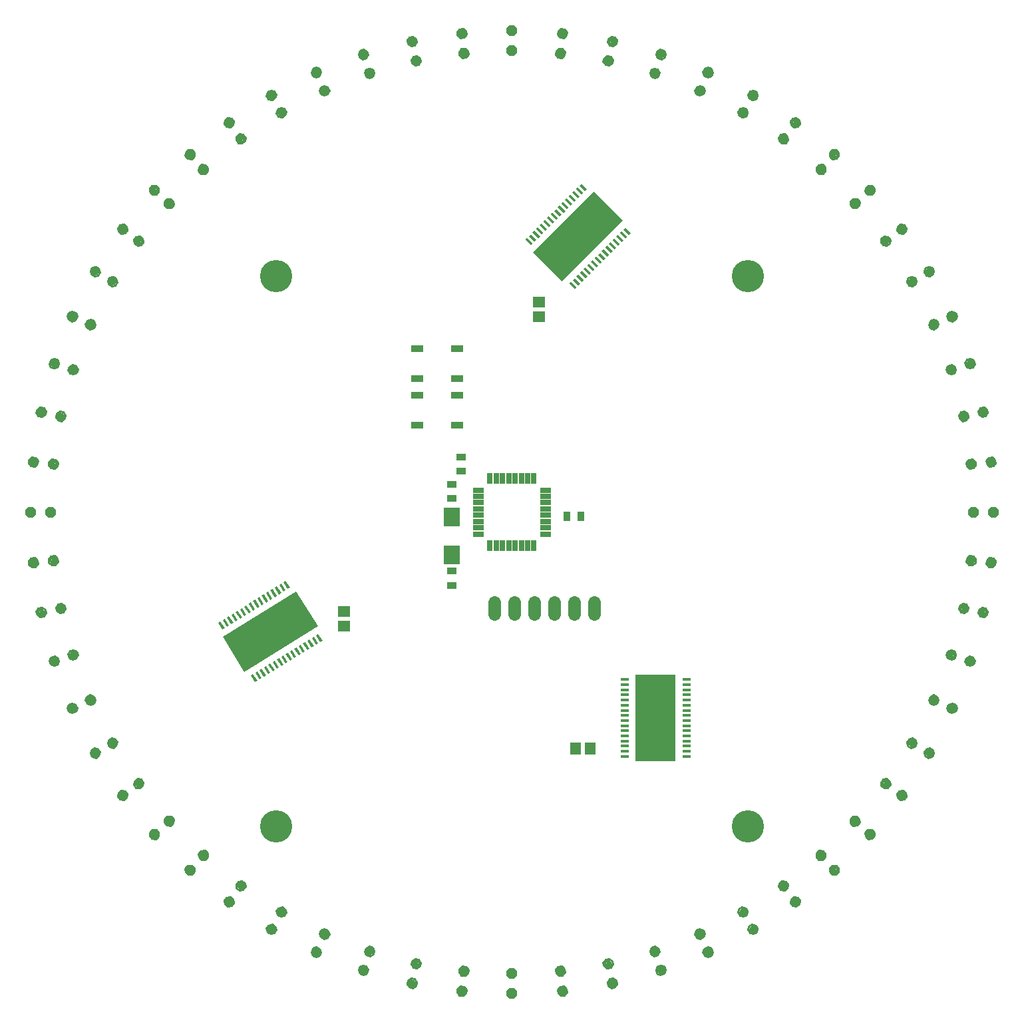
<source format=gts>
G75*
%MOIN*%
%OFA0B0*%
%FSLAX24Y24*%
%IPPOS*%
%LPD*%
%AMOC8*
5,1,8,0,0,1.08239X$1,22.5*
%
%ADD10C,0.1615*%
%ADD11R,0.0540X0.0260*%
%ADD12R,0.0260X0.0540*%
%ADD13R,0.0126X0.0402*%
%ADD14R,0.0114X0.0390*%
%ADD15R,0.4331X0.2047*%
%ADD16R,0.0840X0.0940*%
%ADD17R,0.0512X0.0355*%
%ADD18R,0.0631X0.0552*%
%ADD19C,0.0640*%
%ADD20R,0.0355X0.0512*%
%ADD21OC8,0.0560*%
%ADD22C,0.0112*%
%ADD23R,0.0640X0.0340*%
%ADD24R,0.0402X0.0126*%
%ADD25R,0.0390X0.0114*%
%ADD26R,0.2047X0.4331*%
%ADD27R,0.0552X0.0631*%
D10*
X014089Y009652D03*
X037711Y009652D03*
X037711Y037211D03*
X014089Y037211D03*
D11*
X024210Y026502D03*
X024210Y026187D03*
X024210Y025872D03*
X024210Y025557D03*
X024210Y025243D03*
X024210Y024928D03*
X024210Y024613D03*
X024210Y024298D03*
X027590Y024298D03*
X027590Y024613D03*
X027590Y024928D03*
X027590Y025243D03*
X027590Y025557D03*
X027590Y025872D03*
X027590Y026187D03*
X027590Y026502D03*
D12*
X027002Y027090D03*
X026687Y027090D03*
X026372Y027090D03*
X026057Y027090D03*
X025743Y027090D03*
X025428Y027090D03*
X025113Y027090D03*
X024798Y027090D03*
X024798Y023710D03*
X025113Y023710D03*
X025428Y023710D03*
X025743Y023710D03*
X026057Y023710D03*
X026372Y023710D03*
X026687Y023710D03*
X027002Y023710D03*
D13*
G36*
X016407Y018959D02*
X016300Y018892D01*
X016089Y019233D01*
X016196Y019300D01*
X016407Y018959D01*
G37*
G36*
X016189Y018825D02*
X016082Y018758D01*
X015871Y019099D01*
X015978Y019166D01*
X016189Y018825D01*
G37*
G36*
X015972Y018691D02*
X015865Y018624D01*
X015654Y018965D01*
X015761Y019032D01*
X015972Y018691D01*
G37*
G36*
X015754Y018556D02*
X015647Y018489D01*
X015436Y018830D01*
X015543Y018897D01*
X015754Y018556D01*
G37*
G36*
X015536Y018422D02*
X015429Y018355D01*
X015218Y018696D01*
X015325Y018763D01*
X015536Y018422D01*
G37*
G36*
X015319Y018287D02*
X015212Y018220D01*
X015001Y018561D01*
X015108Y018628D01*
X015319Y018287D01*
G37*
G36*
X015101Y018153D02*
X014994Y018086D01*
X014783Y018427D01*
X014890Y018494D01*
X015101Y018153D01*
G37*
G36*
X014883Y018018D02*
X014776Y017951D01*
X014565Y018292D01*
X014672Y018359D01*
X014883Y018018D01*
G37*
G36*
X014665Y017884D02*
X014558Y017817D01*
X014347Y018158D01*
X014454Y018225D01*
X014665Y017884D01*
G37*
G36*
X014448Y017749D02*
X014341Y017682D01*
X014130Y018023D01*
X014237Y018090D01*
X014448Y017749D01*
G37*
G36*
X014230Y017615D02*
X014123Y017548D01*
X013912Y017889D01*
X014019Y017956D01*
X014230Y017615D01*
G37*
G36*
X014012Y017480D02*
X013905Y017413D01*
X013694Y017754D01*
X013801Y017821D01*
X014012Y017480D01*
G37*
G36*
X013794Y017346D02*
X013687Y017279D01*
X013476Y017620D01*
X013583Y017687D01*
X013794Y017346D01*
G37*
G36*
X013577Y017211D02*
X013470Y017144D01*
X013259Y017485D01*
X013366Y017552D01*
X013577Y017211D01*
G37*
G36*
X013359Y017077D02*
X013252Y017010D01*
X013041Y017351D01*
X013148Y017418D01*
X013359Y017077D01*
G37*
G36*
X013141Y016942D02*
X013034Y016875D01*
X012823Y017216D01*
X012930Y017283D01*
X013141Y016942D01*
G37*
G36*
X011189Y019863D02*
X011296Y019930D01*
X011507Y019589D01*
X011400Y019522D01*
X011189Y019863D01*
G37*
G36*
X011407Y019997D02*
X011514Y020064D01*
X011725Y019723D01*
X011618Y019656D01*
X011407Y019997D01*
G37*
G36*
X011624Y020132D02*
X011731Y020199D01*
X011942Y019858D01*
X011835Y019791D01*
X011624Y020132D01*
G37*
G36*
X011842Y020266D02*
X011949Y020333D01*
X012160Y019992D01*
X012053Y019925D01*
X011842Y020266D01*
G37*
G36*
X012060Y020400D02*
X012167Y020467D01*
X012378Y020126D01*
X012271Y020059D01*
X012060Y020400D01*
G37*
G36*
X012278Y020535D02*
X012385Y020602D01*
X012596Y020261D01*
X012489Y020194D01*
X012278Y020535D01*
G37*
G36*
X012495Y020669D02*
X012602Y020736D01*
X012813Y020395D01*
X012706Y020328D01*
X012495Y020669D01*
G37*
G36*
X012713Y020804D02*
X012820Y020871D01*
X013031Y020530D01*
X012924Y020463D01*
X012713Y020804D01*
G37*
G36*
X012931Y020938D02*
X013038Y021005D01*
X013249Y020664D01*
X013142Y020597D01*
X012931Y020938D01*
G37*
G36*
X013148Y021073D02*
X013255Y021140D01*
X013466Y020799D01*
X013359Y020732D01*
X013148Y021073D01*
G37*
G36*
X013366Y021207D02*
X013473Y021274D01*
X013684Y020933D01*
X013577Y020866D01*
X013366Y021207D01*
G37*
G36*
X013584Y021342D02*
X013691Y021409D01*
X013902Y021068D01*
X013795Y021001D01*
X013584Y021342D01*
G37*
G36*
X013802Y021476D02*
X013909Y021543D01*
X014120Y021202D01*
X014013Y021135D01*
X013802Y021476D01*
G37*
G36*
X014019Y021611D02*
X014126Y021678D01*
X014337Y021337D01*
X014230Y021270D01*
X014019Y021611D01*
G37*
G36*
X014237Y021745D02*
X014344Y021812D01*
X014555Y021471D01*
X014448Y021404D01*
X014237Y021745D01*
G37*
G36*
X014455Y021880D02*
X014562Y021947D01*
X014773Y021606D01*
X014666Y021539D01*
X014455Y021880D01*
G37*
G36*
X029141Y036661D02*
X029052Y036572D01*
X028769Y036855D01*
X028858Y036944D01*
X029141Y036661D01*
G37*
G36*
X029322Y036842D02*
X029233Y036753D01*
X028950Y037036D01*
X029039Y037125D01*
X029322Y036842D01*
G37*
G36*
X029503Y037023D02*
X029414Y036934D01*
X029131Y037217D01*
X029220Y037306D01*
X029503Y037023D01*
G37*
G36*
X029684Y037204D02*
X029595Y037115D01*
X029312Y037398D01*
X029401Y037487D01*
X029684Y037204D01*
G37*
G36*
X029865Y037385D02*
X029776Y037296D01*
X029493Y037579D01*
X029582Y037668D01*
X029865Y037385D01*
G37*
G36*
X030046Y037566D02*
X029957Y037477D01*
X029674Y037760D01*
X029763Y037849D01*
X030046Y037566D01*
G37*
G36*
X030227Y037747D02*
X030138Y037658D01*
X029855Y037941D01*
X029944Y038030D01*
X030227Y037747D01*
G37*
G36*
X030408Y037928D02*
X030319Y037839D01*
X030036Y038122D01*
X030125Y038211D01*
X030408Y037928D01*
G37*
G36*
X030589Y038109D02*
X030500Y038020D01*
X030217Y038303D01*
X030306Y038392D01*
X030589Y038109D01*
G37*
G36*
X030770Y038290D02*
X030681Y038201D01*
X030398Y038484D01*
X030487Y038573D01*
X030770Y038290D01*
G37*
G36*
X030951Y038471D02*
X030862Y038382D01*
X030579Y038665D01*
X030668Y038754D01*
X030951Y038471D01*
G37*
G36*
X031132Y038652D02*
X031043Y038563D01*
X030760Y038846D01*
X030849Y038935D01*
X031132Y038652D01*
G37*
G36*
X031313Y038833D02*
X031224Y038744D01*
X030941Y039027D01*
X031030Y039116D01*
X031313Y038833D01*
G37*
G36*
X031494Y039014D02*
X031405Y038925D01*
X031122Y039208D01*
X031211Y039297D01*
X031494Y039014D01*
G37*
G36*
X031675Y039195D02*
X031586Y039106D01*
X031303Y039389D01*
X031392Y039478D01*
X031675Y039195D01*
G37*
G36*
X031856Y039375D02*
X031767Y039286D01*
X031484Y039569D01*
X031573Y039658D01*
X031856Y039375D01*
G37*
G36*
X029285Y041769D02*
X029374Y041858D01*
X029657Y041575D01*
X029568Y041486D01*
X029285Y041769D01*
G37*
G36*
X029104Y041588D02*
X029193Y041677D01*
X029476Y041394D01*
X029387Y041305D01*
X029104Y041588D01*
G37*
G36*
X028923Y041407D02*
X029012Y041496D01*
X029295Y041213D01*
X029206Y041124D01*
X028923Y041407D01*
G37*
G36*
X028742Y041226D02*
X028831Y041315D01*
X029114Y041032D01*
X029025Y040943D01*
X028742Y041226D01*
G37*
G36*
X028561Y041045D02*
X028650Y041134D01*
X028933Y040851D01*
X028844Y040762D01*
X028561Y041045D01*
G37*
G36*
X028380Y040864D02*
X028469Y040953D01*
X028752Y040670D01*
X028663Y040581D01*
X028380Y040864D01*
G37*
G36*
X028199Y040683D02*
X028288Y040772D01*
X028571Y040489D01*
X028482Y040400D01*
X028199Y040683D01*
G37*
G36*
X028018Y040502D02*
X028107Y040591D01*
X028390Y040308D01*
X028301Y040219D01*
X028018Y040502D01*
G37*
G36*
X027837Y040321D02*
X027926Y040410D01*
X028209Y040127D01*
X028120Y040038D01*
X027837Y040321D01*
G37*
G36*
X027656Y040140D02*
X027745Y040229D01*
X028028Y039946D01*
X027939Y039857D01*
X027656Y040140D01*
G37*
G36*
X027475Y039959D02*
X027564Y040048D01*
X027847Y039765D01*
X027758Y039676D01*
X027475Y039959D01*
G37*
G36*
X027294Y039778D02*
X027383Y039867D01*
X027666Y039584D01*
X027577Y039495D01*
X027294Y039778D01*
G37*
G36*
X027113Y039597D02*
X027202Y039686D01*
X027485Y039403D01*
X027396Y039314D01*
X027113Y039597D01*
G37*
G36*
X026932Y039416D02*
X027021Y039505D01*
X027304Y039222D01*
X027215Y039133D01*
X026932Y039416D01*
G37*
G36*
X026751Y039235D02*
X026840Y039324D01*
X027123Y039041D01*
X027034Y038952D01*
X026751Y039235D01*
G37*
G36*
X026570Y039054D02*
X026659Y039143D01*
X026942Y038860D01*
X026853Y038771D01*
X026570Y039054D01*
G37*
D14*
G36*
X026578Y039054D02*
X026659Y039135D01*
X026934Y038860D01*
X026853Y038779D01*
X026578Y039054D01*
G37*
G36*
X026759Y039235D02*
X026840Y039316D01*
X027115Y039041D01*
X027034Y038960D01*
X026759Y039235D01*
G37*
G36*
X026940Y039416D02*
X027021Y039497D01*
X027296Y039222D01*
X027215Y039141D01*
X026940Y039416D01*
G37*
G36*
X027121Y039597D02*
X027202Y039678D01*
X027477Y039403D01*
X027396Y039322D01*
X027121Y039597D01*
G37*
G36*
X027302Y039778D02*
X027383Y039859D01*
X027658Y039584D01*
X027577Y039503D01*
X027302Y039778D01*
G37*
G36*
X027483Y039959D02*
X027564Y040040D01*
X027839Y039765D01*
X027758Y039684D01*
X027483Y039959D01*
G37*
G36*
X027664Y040140D02*
X027745Y040221D01*
X028020Y039946D01*
X027939Y039865D01*
X027664Y040140D01*
G37*
G36*
X027845Y040321D02*
X027926Y040402D01*
X028201Y040127D01*
X028120Y040046D01*
X027845Y040321D01*
G37*
G36*
X028026Y040502D02*
X028107Y040583D01*
X028382Y040308D01*
X028301Y040227D01*
X028026Y040502D01*
G37*
G36*
X028207Y040683D02*
X028288Y040764D01*
X028563Y040489D01*
X028482Y040408D01*
X028207Y040683D01*
G37*
G36*
X028388Y040864D02*
X028469Y040945D01*
X028744Y040670D01*
X028663Y040589D01*
X028388Y040864D01*
G37*
G36*
X028569Y041045D02*
X028650Y041126D01*
X028925Y040851D01*
X028844Y040770D01*
X028569Y041045D01*
G37*
G36*
X028750Y041226D02*
X028831Y041307D01*
X029106Y041032D01*
X029025Y040951D01*
X028750Y041226D01*
G37*
G36*
X028931Y041407D02*
X029012Y041488D01*
X029287Y041213D01*
X029206Y041132D01*
X028931Y041407D01*
G37*
G36*
X029112Y041588D02*
X029193Y041669D01*
X029468Y041394D01*
X029387Y041313D01*
X029112Y041588D01*
G37*
G36*
X029293Y041769D02*
X029374Y041850D01*
X029649Y041575D01*
X029568Y041494D01*
X029293Y041769D01*
G37*
G36*
X031848Y039375D02*
X031767Y039294D01*
X031492Y039569D01*
X031573Y039650D01*
X031848Y039375D01*
G37*
G36*
X031667Y039195D02*
X031586Y039114D01*
X031311Y039389D01*
X031392Y039470D01*
X031667Y039195D01*
G37*
G36*
X031486Y039014D02*
X031405Y038933D01*
X031130Y039208D01*
X031211Y039289D01*
X031486Y039014D01*
G37*
G36*
X031305Y038833D02*
X031224Y038752D01*
X030949Y039027D01*
X031030Y039108D01*
X031305Y038833D01*
G37*
G36*
X031124Y038652D02*
X031043Y038571D01*
X030768Y038846D01*
X030849Y038927D01*
X031124Y038652D01*
G37*
G36*
X030943Y038471D02*
X030862Y038390D01*
X030587Y038665D01*
X030668Y038746D01*
X030943Y038471D01*
G37*
G36*
X030762Y038290D02*
X030681Y038209D01*
X030406Y038484D01*
X030487Y038565D01*
X030762Y038290D01*
G37*
G36*
X030581Y038109D02*
X030500Y038028D01*
X030225Y038303D01*
X030306Y038384D01*
X030581Y038109D01*
G37*
G36*
X030400Y037928D02*
X030319Y037847D01*
X030044Y038122D01*
X030125Y038203D01*
X030400Y037928D01*
G37*
G36*
X030219Y037747D02*
X030138Y037666D01*
X029863Y037941D01*
X029944Y038022D01*
X030219Y037747D01*
G37*
G36*
X030038Y037566D02*
X029957Y037485D01*
X029682Y037760D01*
X029763Y037841D01*
X030038Y037566D01*
G37*
G36*
X029857Y037385D02*
X029776Y037304D01*
X029501Y037579D01*
X029582Y037660D01*
X029857Y037385D01*
G37*
G36*
X029676Y037204D02*
X029595Y037123D01*
X029320Y037398D01*
X029401Y037479D01*
X029676Y037204D01*
G37*
G36*
X029495Y037023D02*
X029414Y036942D01*
X029139Y037217D01*
X029220Y037298D01*
X029495Y037023D01*
G37*
G36*
X029314Y036842D02*
X029233Y036761D01*
X028958Y037036D01*
X029039Y037117D01*
X029314Y036842D01*
G37*
G36*
X029133Y036661D02*
X029052Y036580D01*
X028777Y036855D01*
X028858Y036936D01*
X029133Y036661D01*
G37*
G36*
X014464Y021878D02*
X014561Y021938D01*
X014764Y021608D01*
X014667Y021548D01*
X014464Y021878D01*
G37*
G36*
X014246Y021743D02*
X014343Y021803D01*
X014546Y021473D01*
X014449Y021413D01*
X014246Y021743D01*
G37*
G36*
X014028Y021609D02*
X014125Y021669D01*
X014328Y021339D01*
X014231Y021279D01*
X014028Y021609D01*
G37*
G36*
X013811Y021474D02*
X013908Y021534D01*
X014111Y021204D01*
X014014Y021144D01*
X013811Y021474D01*
G37*
G36*
X013593Y021340D02*
X013690Y021400D01*
X013893Y021070D01*
X013796Y021010D01*
X013593Y021340D01*
G37*
G36*
X013375Y021205D02*
X013472Y021265D01*
X013675Y020935D01*
X013578Y020875D01*
X013375Y021205D01*
G37*
G36*
X013157Y021071D02*
X013254Y021131D01*
X013457Y020801D01*
X013360Y020741D01*
X013157Y021071D01*
G37*
G36*
X012940Y020936D02*
X013037Y020996D01*
X013240Y020666D01*
X013143Y020606D01*
X012940Y020936D01*
G37*
G36*
X012722Y020802D02*
X012819Y020862D01*
X013022Y020532D01*
X012925Y020472D01*
X012722Y020802D01*
G37*
G36*
X012504Y020667D02*
X012601Y020727D01*
X012804Y020397D01*
X012707Y020337D01*
X012504Y020667D01*
G37*
G36*
X012287Y020533D02*
X012384Y020593D01*
X012587Y020263D01*
X012490Y020203D01*
X012287Y020533D01*
G37*
G36*
X012069Y020398D02*
X012166Y020458D01*
X012369Y020128D01*
X012272Y020068D01*
X012069Y020398D01*
G37*
G36*
X011851Y020264D02*
X011948Y020324D01*
X012151Y019994D01*
X012054Y019934D01*
X011851Y020264D01*
G37*
G36*
X011633Y020130D02*
X011730Y020190D01*
X011933Y019860D01*
X011836Y019800D01*
X011633Y020130D01*
G37*
G36*
X011416Y019995D02*
X011513Y020055D01*
X011716Y019725D01*
X011619Y019665D01*
X011416Y019995D01*
G37*
G36*
X011198Y019861D02*
X011295Y019921D01*
X011498Y019591D01*
X011401Y019531D01*
X011198Y019861D01*
G37*
G36*
X013132Y016944D02*
X013035Y016884D01*
X012832Y017214D01*
X012929Y017274D01*
X013132Y016944D01*
G37*
G36*
X013350Y017079D02*
X013253Y017019D01*
X013050Y017349D01*
X013147Y017409D01*
X013350Y017079D01*
G37*
G36*
X013568Y017213D02*
X013471Y017153D01*
X013268Y017483D01*
X013365Y017543D01*
X013568Y017213D01*
G37*
G36*
X013785Y017348D02*
X013688Y017288D01*
X013485Y017618D01*
X013582Y017678D01*
X013785Y017348D01*
G37*
G36*
X014003Y017482D02*
X013906Y017422D01*
X013703Y017752D01*
X013800Y017812D01*
X014003Y017482D01*
G37*
G36*
X014221Y017617D02*
X014124Y017557D01*
X013921Y017887D01*
X014018Y017947D01*
X014221Y017617D01*
G37*
G36*
X014439Y017751D02*
X014342Y017691D01*
X014139Y018021D01*
X014236Y018081D01*
X014439Y017751D01*
G37*
G36*
X014656Y017886D02*
X014559Y017826D01*
X014356Y018156D01*
X014453Y018216D01*
X014656Y017886D01*
G37*
G36*
X014874Y018020D02*
X014777Y017960D01*
X014574Y018290D01*
X014671Y018350D01*
X014874Y018020D01*
G37*
G36*
X015092Y018155D02*
X014995Y018095D01*
X014792Y018425D01*
X014889Y018485D01*
X015092Y018155D01*
G37*
G36*
X015310Y018289D02*
X015213Y018229D01*
X015010Y018559D01*
X015107Y018619D01*
X015310Y018289D01*
G37*
G36*
X015527Y018424D02*
X015430Y018364D01*
X015227Y018694D01*
X015324Y018754D01*
X015527Y018424D01*
G37*
G36*
X015745Y018558D02*
X015648Y018498D01*
X015445Y018828D01*
X015542Y018888D01*
X015745Y018558D01*
G37*
G36*
X015963Y018693D02*
X015866Y018633D01*
X015663Y018963D01*
X015760Y019023D01*
X015963Y018693D01*
G37*
G36*
X016180Y018827D02*
X016083Y018767D01*
X015880Y019097D01*
X015977Y019157D01*
X016180Y018827D01*
G37*
G36*
X016398Y018961D02*
X016301Y018901D01*
X016098Y019231D01*
X016195Y019291D01*
X016398Y018961D01*
G37*
D15*
G36*
X011419Y019144D02*
X015102Y021419D01*
X016177Y019678D01*
X012494Y017403D01*
X011419Y019144D01*
G37*
G36*
X031467Y040022D02*
X028406Y036961D01*
X026959Y038408D01*
X030020Y041469D01*
X031467Y040022D01*
G37*
D16*
X022898Y025165D03*
X022898Y023265D03*
D17*
X022902Y022439D03*
X022902Y021731D03*
X022902Y026081D03*
X022902Y026789D03*
X023348Y027461D03*
X023348Y028169D03*
D18*
X027250Y035176D03*
X027250Y035924D03*
X017502Y020422D03*
X017502Y019674D03*
D19*
X025022Y020289D02*
X025022Y020889D01*
X026022Y020889D02*
X026022Y020289D01*
X027022Y020289D02*
X027022Y020889D01*
X028022Y020889D02*
X028022Y020289D01*
X029022Y020289D02*
X029022Y020889D01*
X030022Y020889D02*
X030022Y020289D01*
D20*
X029369Y025202D03*
X028661Y025202D03*
D21*
X049022Y025400D03*
X050022Y025400D03*
X025900Y002278D03*
X025900Y001278D03*
X002778Y025400D03*
X001778Y025400D03*
X025900Y048522D03*
X025900Y049522D03*
D22*
X008146Y009284D02*
X008202Y009340D01*
X008192Y009155D01*
X008055Y009031D01*
X007870Y009041D01*
X007746Y009178D01*
X007756Y009363D01*
X007893Y009487D01*
X008078Y009477D01*
X008202Y009340D01*
X008116Y009310D01*
X008110Y009194D01*
X008025Y009117D01*
X007909Y009123D01*
X007832Y009208D01*
X007838Y009324D01*
X007923Y009401D01*
X008039Y009395D01*
X008116Y009310D01*
X008031Y009279D01*
X008028Y009233D01*
X007994Y009202D01*
X007948Y009205D01*
X007917Y009239D01*
X007920Y009285D01*
X007954Y009316D01*
X008000Y009313D01*
X008031Y009279D01*
X008889Y009953D02*
X008945Y010009D01*
X008935Y009824D01*
X008798Y009700D01*
X008613Y009710D01*
X008489Y009847D01*
X008499Y010032D01*
X008636Y010156D01*
X008821Y010146D01*
X008945Y010009D01*
X008859Y009979D01*
X008853Y009863D01*
X008768Y009786D01*
X008652Y009792D01*
X008575Y009877D01*
X008581Y009993D01*
X008666Y010070D01*
X008782Y010064D01*
X008859Y009979D01*
X008774Y009948D01*
X008771Y009902D01*
X008737Y009871D01*
X008691Y009874D01*
X008660Y009908D01*
X008663Y009954D01*
X008697Y009985D01*
X008743Y009982D01*
X008774Y009948D01*
X007373Y011810D02*
X007429Y011866D01*
X007400Y011682D01*
X007251Y011574D01*
X007067Y011603D01*
X006959Y011752D01*
X006988Y011936D01*
X007137Y012044D01*
X007321Y012015D01*
X007429Y011866D01*
X007340Y011845D01*
X007322Y011730D01*
X007230Y011663D01*
X007115Y011681D01*
X007048Y011773D01*
X007066Y011888D01*
X007158Y011955D01*
X007273Y011937D01*
X007340Y011845D01*
X007252Y011823D01*
X007245Y011778D01*
X007208Y011751D01*
X007163Y011758D01*
X007136Y011795D01*
X007143Y011840D01*
X007180Y011867D01*
X007225Y011860D01*
X007252Y011823D01*
X006564Y011222D02*
X006620Y011278D01*
X006591Y011094D01*
X006442Y010986D01*
X006258Y011015D01*
X006150Y011164D01*
X006179Y011348D01*
X006328Y011456D01*
X006512Y011427D01*
X006620Y011278D01*
X006531Y011257D01*
X006513Y011142D01*
X006421Y011075D01*
X006306Y011093D01*
X006239Y011185D01*
X006257Y011300D01*
X006349Y011367D01*
X006464Y011349D01*
X006531Y011257D01*
X006443Y011235D01*
X006436Y011190D01*
X006399Y011163D01*
X006354Y011170D01*
X006327Y011207D01*
X006334Y011252D01*
X006371Y011279D01*
X006416Y011272D01*
X006443Y011235D01*
X005193Y013315D02*
X005249Y013371D01*
X005201Y013192D01*
X005042Y013100D01*
X004863Y013148D01*
X004771Y013307D01*
X004819Y013486D01*
X004978Y013578D01*
X005157Y013530D01*
X005249Y013371D01*
X005159Y013359D01*
X005129Y013247D01*
X005030Y013190D01*
X004918Y013220D01*
X004861Y013319D01*
X004891Y013431D01*
X004990Y013488D01*
X005102Y013458D01*
X005159Y013359D01*
X005069Y013347D01*
X005057Y013303D01*
X005018Y013280D01*
X004974Y013292D01*
X004951Y013331D01*
X004963Y013375D01*
X005002Y013398D01*
X005046Y013386D01*
X005069Y013347D01*
X006059Y013815D02*
X006115Y013871D01*
X006067Y013692D01*
X005908Y013600D01*
X005729Y013648D01*
X005637Y013807D01*
X005685Y013986D01*
X005844Y014078D01*
X006023Y014030D01*
X006115Y013871D01*
X006025Y013859D01*
X005995Y013747D01*
X005896Y013690D01*
X005784Y013720D01*
X005727Y013819D01*
X005757Y013931D01*
X005856Y013988D01*
X005968Y013958D01*
X006025Y013859D01*
X005935Y013847D01*
X005923Y013803D01*
X005884Y013780D01*
X005840Y013792D01*
X005817Y013831D01*
X005829Y013875D01*
X005868Y013898D01*
X005912Y013886D01*
X005935Y013847D01*
X004049Y015540D02*
X004105Y015596D01*
X004038Y015422D01*
X003870Y015347D01*
X003696Y015414D01*
X003621Y015582D01*
X003688Y015756D01*
X003856Y015831D01*
X004030Y015764D01*
X004105Y015596D01*
X004014Y015593D01*
X003972Y015485D01*
X003867Y015438D01*
X003759Y015480D01*
X003712Y015585D01*
X003754Y015693D01*
X003859Y015740D01*
X003967Y015698D01*
X004014Y015593D01*
X003923Y015590D01*
X003906Y015548D01*
X003864Y015529D01*
X003822Y015546D01*
X003803Y015588D01*
X003820Y015630D01*
X003862Y015649D01*
X003904Y015632D01*
X003923Y015590D01*
X004963Y015946D02*
X005019Y016002D01*
X004952Y015828D01*
X004784Y015753D01*
X004610Y015820D01*
X004535Y015988D01*
X004602Y016162D01*
X004770Y016237D01*
X004944Y016170D01*
X005019Y016002D01*
X004928Y015999D01*
X004886Y015891D01*
X004781Y015844D01*
X004673Y015886D01*
X004626Y015991D01*
X004668Y016099D01*
X004773Y016146D01*
X004881Y016104D01*
X004928Y015999D01*
X004837Y015996D01*
X004820Y015954D01*
X004778Y015935D01*
X004736Y015952D01*
X004717Y015994D01*
X004734Y016036D01*
X004776Y016055D01*
X004818Y016038D01*
X004837Y015996D01*
X004095Y018293D02*
X004151Y018237D01*
X004066Y018071D01*
X003892Y018014D01*
X003726Y018099D01*
X003669Y018273D01*
X003754Y018439D01*
X003928Y018496D01*
X004094Y018411D01*
X004151Y018237D01*
X004060Y018245D01*
X004007Y018140D01*
X003900Y018105D01*
X003795Y018158D01*
X003760Y018265D01*
X003813Y018370D01*
X003920Y018405D01*
X004025Y018352D01*
X004060Y018245D01*
X003970Y018251D01*
X003949Y018209D01*
X003906Y018195D01*
X003864Y018216D01*
X003850Y018259D01*
X003871Y018301D01*
X003914Y018315D01*
X003956Y018294D01*
X003970Y018251D01*
X003144Y017984D02*
X003200Y017928D01*
X003115Y017762D01*
X002941Y017705D01*
X002775Y017790D01*
X002718Y017964D01*
X002803Y018130D01*
X002977Y018187D01*
X003143Y018102D01*
X003200Y017928D01*
X003109Y017936D01*
X003056Y017831D01*
X002949Y017796D01*
X002844Y017849D01*
X002809Y017956D01*
X002862Y018061D01*
X002969Y018096D01*
X003074Y018043D01*
X003109Y017936D01*
X003019Y017942D01*
X002998Y017900D01*
X002955Y017886D01*
X002913Y017907D01*
X002899Y017950D01*
X002920Y017992D01*
X002963Y018006D01*
X003005Y017985D01*
X003019Y017942D01*
X002487Y020398D02*
X002543Y020342D01*
X002441Y020186D01*
X002262Y020147D01*
X002106Y020249D01*
X002067Y020428D01*
X002169Y020584D01*
X002348Y020623D01*
X002504Y020521D01*
X002543Y020342D01*
X002453Y020359D01*
X002389Y020260D01*
X002279Y020237D01*
X002180Y020301D01*
X002157Y020411D01*
X002221Y020510D01*
X002331Y020533D01*
X002430Y020469D01*
X002453Y020359D01*
X002364Y020375D01*
X002339Y020336D01*
X002295Y020326D01*
X002256Y020351D01*
X002246Y020395D01*
X002271Y020434D01*
X002315Y020444D01*
X002354Y020419D01*
X002364Y020375D01*
X003465Y020606D02*
X003521Y020550D01*
X003419Y020394D01*
X003240Y020355D01*
X003084Y020457D01*
X003045Y020636D01*
X003147Y020792D01*
X003326Y020831D01*
X003482Y020729D01*
X003521Y020550D01*
X003431Y020567D01*
X003367Y020468D01*
X003257Y020445D01*
X003158Y020509D01*
X003135Y020619D01*
X003199Y020718D01*
X003309Y020741D01*
X003408Y020677D01*
X003431Y020567D01*
X003342Y020583D01*
X003317Y020544D01*
X003273Y020534D01*
X003234Y020559D01*
X003224Y020603D01*
X003249Y020642D01*
X003293Y020652D01*
X003332Y020627D01*
X003342Y020583D01*
X003081Y022971D02*
X003137Y022915D01*
X003019Y022770D01*
X002837Y022751D01*
X002692Y022869D01*
X002673Y023051D01*
X002791Y023196D01*
X002973Y023215D01*
X003118Y023097D01*
X003137Y022915D01*
X003050Y022941D01*
X002976Y022850D01*
X002863Y022838D01*
X002772Y022912D01*
X002760Y023025D01*
X002834Y023116D01*
X002947Y023128D01*
X003038Y023054D01*
X003050Y022941D01*
X002963Y022966D01*
X002933Y022930D01*
X002888Y022925D01*
X002852Y022955D01*
X002847Y023000D01*
X002877Y023036D01*
X002922Y023041D01*
X002958Y023011D01*
X002963Y022966D01*
X002086Y022867D02*
X002142Y022811D01*
X002024Y022666D01*
X001842Y022647D01*
X001697Y022765D01*
X001678Y022947D01*
X001796Y023092D01*
X001978Y023111D01*
X002123Y022993D01*
X002142Y022811D01*
X002055Y022837D01*
X001981Y022746D01*
X001868Y022734D01*
X001777Y022808D01*
X001765Y022921D01*
X001839Y023012D01*
X001952Y023024D01*
X002043Y022950D01*
X002055Y022837D01*
X001968Y022862D01*
X001938Y022826D01*
X001893Y022821D01*
X001857Y022851D01*
X001852Y022896D01*
X001882Y022932D01*
X001927Y022937D01*
X001963Y022907D01*
X001968Y022862D01*
X003062Y027759D02*
X003118Y027703D01*
X002973Y027585D01*
X002791Y027604D01*
X002673Y027749D01*
X002692Y027931D01*
X002837Y028049D01*
X003019Y028030D01*
X003137Y027885D01*
X003118Y027703D01*
X003038Y027746D01*
X002947Y027672D01*
X002834Y027684D01*
X002760Y027775D01*
X002772Y027888D01*
X002863Y027962D01*
X002976Y027950D01*
X003050Y027859D01*
X003038Y027746D01*
X002958Y027789D01*
X002922Y027759D01*
X002877Y027764D01*
X002847Y027800D01*
X002852Y027845D01*
X002888Y027875D01*
X002933Y027870D01*
X002963Y027834D01*
X002958Y027789D01*
X002067Y027863D02*
X002123Y027807D01*
X001978Y027689D01*
X001796Y027708D01*
X001678Y027853D01*
X001697Y028035D01*
X001842Y028153D01*
X002024Y028134D01*
X002142Y027989D01*
X002123Y027807D01*
X002043Y027850D01*
X001952Y027776D01*
X001839Y027788D01*
X001765Y027879D01*
X001777Y027992D01*
X001868Y028066D01*
X001981Y028054D01*
X002055Y027963D01*
X002043Y027850D01*
X001963Y027893D01*
X001927Y027863D01*
X001882Y027868D01*
X001852Y027904D01*
X001857Y027949D01*
X001893Y027979D01*
X001938Y027974D01*
X001968Y027938D01*
X001963Y027893D01*
X003426Y030127D02*
X003482Y030071D01*
X003326Y029969D01*
X003147Y030008D01*
X003045Y030164D01*
X003084Y030343D01*
X003240Y030445D01*
X003419Y030406D01*
X003521Y030250D01*
X003482Y030071D01*
X003408Y030123D01*
X003309Y030059D01*
X003199Y030082D01*
X003135Y030181D01*
X003158Y030291D01*
X003257Y030355D01*
X003367Y030332D01*
X003431Y030233D01*
X003408Y030123D01*
X003332Y030173D01*
X003293Y030148D01*
X003249Y030158D01*
X003224Y030197D01*
X003234Y030241D01*
X003273Y030266D01*
X003317Y030256D01*
X003342Y030217D01*
X003332Y030173D01*
X002448Y030335D02*
X002504Y030279D01*
X002348Y030177D01*
X002169Y030216D01*
X002067Y030372D01*
X002106Y030551D01*
X002262Y030653D01*
X002441Y030614D01*
X002543Y030458D01*
X002504Y030279D01*
X002430Y030331D01*
X002331Y030267D01*
X002221Y030290D01*
X002157Y030389D01*
X002180Y030499D01*
X002279Y030563D01*
X002389Y030540D01*
X002453Y030441D01*
X002430Y030331D01*
X002354Y030381D01*
X002315Y030356D01*
X002271Y030366D01*
X002246Y030405D01*
X002256Y030449D01*
X002295Y030474D01*
X002339Y030464D01*
X002364Y030425D01*
X002354Y030381D01*
X003087Y032754D02*
X003143Y032698D01*
X002977Y032613D01*
X002803Y032670D01*
X002718Y032836D01*
X002775Y033010D01*
X002941Y033095D01*
X003115Y033038D01*
X003200Y032872D01*
X003143Y032698D01*
X003074Y032757D01*
X002969Y032704D01*
X002862Y032739D01*
X002809Y032844D01*
X002844Y032951D01*
X002949Y033004D01*
X003056Y032969D01*
X003109Y032864D01*
X003074Y032757D01*
X003005Y032815D01*
X002963Y032794D01*
X002920Y032808D01*
X002899Y032850D01*
X002913Y032893D01*
X002955Y032914D01*
X002998Y032900D01*
X003019Y032858D01*
X003005Y032815D01*
X004038Y032445D02*
X004094Y032389D01*
X003928Y032304D01*
X003754Y032361D01*
X003669Y032527D01*
X003726Y032701D01*
X003892Y032786D01*
X004066Y032729D01*
X004151Y032563D01*
X004094Y032389D01*
X004025Y032448D01*
X003920Y032395D01*
X003813Y032430D01*
X003760Y032535D01*
X003795Y032642D01*
X003900Y032695D01*
X004007Y032660D01*
X004060Y032555D01*
X004025Y032448D01*
X003956Y032506D01*
X003914Y032485D01*
X003871Y032499D01*
X003850Y032541D01*
X003864Y032584D01*
X003906Y032605D01*
X003949Y032591D01*
X003970Y032549D01*
X003956Y032506D01*
X004888Y034686D02*
X004944Y034630D01*
X004770Y034563D01*
X004602Y034638D01*
X004535Y034812D01*
X004610Y034980D01*
X004784Y035047D01*
X004952Y034972D01*
X005019Y034798D01*
X004944Y034630D01*
X004881Y034696D01*
X004773Y034654D01*
X004668Y034701D01*
X004626Y034809D01*
X004673Y034914D01*
X004781Y034956D01*
X004886Y034909D01*
X004928Y034801D01*
X004881Y034696D01*
X004818Y034762D01*
X004776Y034745D01*
X004734Y034764D01*
X004717Y034806D01*
X004736Y034848D01*
X004778Y034865D01*
X004820Y034846D01*
X004837Y034804D01*
X004818Y034762D01*
X003974Y035092D02*
X004030Y035036D01*
X003856Y034969D01*
X003688Y035044D01*
X003621Y035218D01*
X003696Y035386D01*
X003870Y035453D01*
X004038Y035378D01*
X004105Y035204D01*
X004030Y035036D01*
X003967Y035102D01*
X003859Y035060D01*
X003754Y035107D01*
X003712Y035215D01*
X003759Y035320D01*
X003867Y035362D01*
X003972Y035315D01*
X004014Y035207D01*
X003967Y035102D01*
X003904Y035168D01*
X003862Y035151D01*
X003820Y035170D01*
X003803Y035212D01*
X003822Y035254D01*
X003864Y035271D01*
X003906Y035252D01*
X003923Y035210D01*
X003904Y035168D01*
X005101Y037326D02*
X005157Y037270D01*
X004978Y037222D01*
X004819Y037314D01*
X004771Y037493D01*
X004863Y037652D01*
X005042Y037700D01*
X005201Y037608D01*
X005249Y037429D01*
X005157Y037270D01*
X005102Y037342D01*
X004990Y037312D01*
X004891Y037369D01*
X004861Y037481D01*
X004918Y037580D01*
X005030Y037610D01*
X005129Y037553D01*
X005159Y037441D01*
X005102Y037342D01*
X005046Y037414D01*
X005002Y037402D01*
X004963Y037425D01*
X004951Y037469D01*
X004974Y037508D01*
X005018Y037520D01*
X005057Y037497D01*
X005069Y037453D01*
X005046Y037414D01*
X005967Y036826D02*
X006023Y036770D01*
X005844Y036722D01*
X005685Y036814D01*
X005637Y036993D01*
X005729Y037152D01*
X005908Y037200D01*
X006067Y037108D01*
X006115Y036929D01*
X006023Y036770D01*
X005968Y036842D01*
X005856Y036812D01*
X005757Y036869D01*
X005727Y036981D01*
X005784Y037080D01*
X005896Y037110D01*
X005995Y037053D01*
X006025Y036941D01*
X005968Y036842D01*
X005912Y036914D01*
X005868Y036902D01*
X005829Y036925D01*
X005817Y036969D01*
X005840Y037008D01*
X005884Y037020D01*
X005923Y036997D01*
X005935Y036953D01*
X005912Y036914D01*
X007265Y038841D02*
X007321Y038785D01*
X007137Y038756D01*
X006988Y038864D01*
X006959Y039048D01*
X007067Y039197D01*
X007251Y039226D01*
X007400Y039118D01*
X007429Y038934D01*
X007321Y038785D01*
X007273Y038863D01*
X007158Y038845D01*
X007066Y038912D01*
X007048Y039027D01*
X007115Y039119D01*
X007230Y039137D01*
X007322Y039070D01*
X007340Y038955D01*
X007273Y038863D01*
X007225Y038940D01*
X007180Y038933D01*
X007143Y038960D01*
X007136Y039005D01*
X007163Y039042D01*
X007208Y039049D01*
X007245Y039022D01*
X007252Y038977D01*
X007225Y038940D01*
X006456Y039429D02*
X006512Y039373D01*
X006328Y039344D01*
X006179Y039452D01*
X006150Y039636D01*
X006258Y039785D01*
X006442Y039814D01*
X006591Y039706D01*
X006620Y039522D01*
X006512Y039373D01*
X006464Y039451D01*
X006349Y039433D01*
X006257Y039500D01*
X006239Y039615D01*
X006306Y039707D01*
X006421Y039725D01*
X006513Y039658D01*
X006531Y039543D01*
X006464Y039451D01*
X006416Y039528D01*
X006371Y039521D01*
X006334Y039548D01*
X006327Y039593D01*
X006354Y039630D01*
X006399Y039637D01*
X006436Y039610D01*
X006443Y039565D01*
X006416Y039528D01*
X008022Y041379D02*
X008078Y041323D01*
X007893Y041313D01*
X007756Y041437D01*
X007746Y041622D01*
X007870Y041759D01*
X008055Y041769D01*
X008192Y041645D01*
X008202Y041460D01*
X008078Y041323D01*
X008039Y041405D01*
X007923Y041399D01*
X007838Y041476D01*
X007832Y041592D01*
X007909Y041677D01*
X008025Y041683D01*
X008110Y041606D01*
X008116Y041490D01*
X008039Y041405D01*
X008000Y041487D01*
X007954Y041484D01*
X007920Y041515D01*
X007917Y041561D01*
X007948Y041595D01*
X007994Y041598D01*
X008028Y041567D01*
X008031Y041521D01*
X008000Y041487D01*
X008765Y040710D02*
X008821Y040654D01*
X008636Y040644D01*
X008499Y040768D01*
X008489Y040953D01*
X008613Y041090D01*
X008798Y041100D01*
X008935Y040976D01*
X008945Y040791D01*
X008821Y040654D01*
X008782Y040736D01*
X008666Y040730D01*
X008581Y040807D01*
X008575Y040923D01*
X008652Y041008D01*
X008768Y041014D01*
X008853Y040937D01*
X008859Y040821D01*
X008782Y040736D01*
X008743Y040818D01*
X008697Y040815D01*
X008663Y040846D01*
X008660Y040892D01*
X008691Y040926D01*
X008737Y040929D01*
X008771Y040898D01*
X008774Y040852D01*
X008743Y040818D01*
X010453Y042411D02*
X010509Y042355D01*
X010324Y042365D01*
X010200Y042502D01*
X010210Y042687D01*
X010347Y042811D01*
X010532Y042801D01*
X010656Y042664D01*
X010646Y042479D01*
X010509Y042355D01*
X010479Y042441D01*
X010363Y042447D01*
X010286Y042532D01*
X010292Y042648D01*
X010377Y042725D01*
X010493Y042719D01*
X010570Y042634D01*
X010564Y042518D01*
X010479Y042441D01*
X010448Y042526D01*
X010402Y042529D01*
X010371Y042563D01*
X010374Y042609D01*
X010408Y042640D01*
X010454Y042637D01*
X010485Y042603D01*
X010482Y042557D01*
X010448Y042526D01*
X009784Y043154D02*
X009840Y043098D01*
X009655Y043108D01*
X009531Y043245D01*
X009541Y043430D01*
X009678Y043554D01*
X009863Y043544D01*
X009987Y043407D01*
X009977Y043222D01*
X009840Y043098D01*
X009810Y043184D01*
X009694Y043190D01*
X009617Y043275D01*
X009623Y043391D01*
X009708Y043468D01*
X009824Y043462D01*
X009901Y043377D01*
X009895Y043261D01*
X009810Y043184D01*
X009779Y043269D01*
X009733Y043272D01*
X009702Y043306D01*
X009705Y043352D01*
X009739Y043383D01*
X009785Y043380D01*
X009816Y043346D01*
X009813Y043300D01*
X009779Y043269D01*
X011722Y044736D02*
X011778Y044680D01*
X011594Y044709D01*
X011486Y044858D01*
X011515Y045042D01*
X011664Y045150D01*
X011848Y045121D01*
X011956Y044972D01*
X011927Y044788D01*
X011778Y044680D01*
X011757Y044769D01*
X011642Y044787D01*
X011575Y044879D01*
X011593Y044994D01*
X011685Y045061D01*
X011800Y045043D01*
X011867Y044951D01*
X011849Y044836D01*
X011757Y044769D01*
X011735Y044857D01*
X011690Y044864D01*
X011663Y044901D01*
X011670Y044946D01*
X011707Y044973D01*
X011752Y044966D01*
X011779Y044929D01*
X011772Y044884D01*
X011735Y044857D01*
X012310Y043927D02*
X012366Y043871D01*
X012182Y043900D01*
X012074Y044049D01*
X012103Y044233D01*
X012252Y044341D01*
X012436Y044312D01*
X012544Y044163D01*
X012515Y043979D01*
X012366Y043871D01*
X012345Y043960D01*
X012230Y043978D01*
X012163Y044070D01*
X012181Y044185D01*
X012273Y044252D01*
X012388Y044234D01*
X012455Y044142D01*
X012437Y044027D01*
X012345Y043960D01*
X012323Y044048D01*
X012278Y044055D01*
X012251Y044092D01*
X012258Y044137D01*
X012295Y044164D01*
X012340Y044157D01*
X012367Y044120D01*
X012360Y044075D01*
X012323Y044048D01*
X014315Y045241D02*
X014371Y045185D01*
X014192Y045233D01*
X014100Y045392D01*
X014148Y045571D01*
X014307Y045663D01*
X014486Y045615D01*
X014578Y045456D01*
X014530Y045277D01*
X014371Y045185D01*
X014359Y045275D01*
X014247Y045305D01*
X014190Y045404D01*
X014220Y045516D01*
X014319Y045573D01*
X014431Y045543D01*
X014488Y045444D01*
X014458Y045332D01*
X014359Y045275D01*
X014347Y045365D01*
X014303Y045377D01*
X014280Y045416D01*
X014292Y045460D01*
X014331Y045483D01*
X014375Y045471D01*
X014398Y045432D01*
X014386Y045388D01*
X014347Y045365D01*
X013815Y046107D02*
X013871Y046051D01*
X013692Y046099D01*
X013600Y046258D01*
X013648Y046437D01*
X013807Y046529D01*
X013986Y046481D01*
X014078Y046322D01*
X014030Y046143D01*
X013871Y046051D01*
X013859Y046141D01*
X013747Y046171D01*
X013690Y046270D01*
X013720Y046382D01*
X013819Y046439D01*
X013931Y046409D01*
X013988Y046310D01*
X013958Y046198D01*
X013859Y046141D01*
X013847Y046231D01*
X013803Y046243D01*
X013780Y046282D01*
X013792Y046326D01*
X013831Y046349D01*
X013875Y046337D01*
X013898Y046298D01*
X013886Y046254D01*
X013847Y046231D01*
X016040Y047251D02*
X016096Y047195D01*
X015922Y047262D01*
X015847Y047430D01*
X015914Y047604D01*
X016082Y047679D01*
X016256Y047612D01*
X016331Y047444D01*
X016264Y047270D01*
X016096Y047195D01*
X016093Y047286D01*
X015985Y047328D01*
X015938Y047433D01*
X015980Y047541D01*
X016085Y047588D01*
X016193Y047546D01*
X016240Y047441D01*
X016198Y047333D01*
X016093Y047286D01*
X016090Y047377D01*
X016048Y047394D01*
X016029Y047436D01*
X016046Y047478D01*
X016088Y047497D01*
X016130Y047480D01*
X016149Y047438D01*
X016132Y047396D01*
X016090Y047377D01*
X016446Y046337D02*
X016502Y046281D01*
X016328Y046348D01*
X016253Y046516D01*
X016320Y046690D01*
X016488Y046765D01*
X016662Y046698D01*
X016737Y046530D01*
X016670Y046356D01*
X016502Y046281D01*
X016499Y046372D01*
X016391Y046414D01*
X016344Y046519D01*
X016386Y046627D01*
X016491Y046674D01*
X016599Y046632D01*
X016646Y046527D01*
X016604Y046419D01*
X016499Y046372D01*
X016496Y046463D01*
X016454Y046480D01*
X016435Y046522D01*
X016452Y046564D01*
X016494Y046583D01*
X016536Y046566D01*
X016555Y046524D01*
X016538Y046482D01*
X016496Y046463D01*
X018484Y048156D02*
X018428Y048100D01*
X018262Y048185D01*
X018205Y048359D01*
X018290Y048525D01*
X018464Y048582D01*
X018630Y048497D01*
X018687Y048323D01*
X018602Y048157D01*
X018428Y048100D01*
X018436Y048191D01*
X018331Y048244D01*
X018296Y048351D01*
X018349Y048456D01*
X018456Y048491D01*
X018561Y048438D01*
X018596Y048331D01*
X018543Y048226D01*
X018436Y048191D01*
X018442Y048281D01*
X018400Y048302D01*
X018386Y048345D01*
X018407Y048387D01*
X018450Y048401D01*
X018492Y048380D01*
X018506Y048337D01*
X018485Y048295D01*
X018442Y048281D01*
X018793Y047205D02*
X018737Y047149D01*
X018571Y047234D01*
X018514Y047408D01*
X018599Y047574D01*
X018773Y047631D01*
X018939Y047546D01*
X018996Y047372D01*
X018911Y047206D01*
X018737Y047149D01*
X018745Y047240D01*
X018640Y047293D01*
X018605Y047400D01*
X018658Y047505D01*
X018765Y047540D01*
X018870Y047487D01*
X018905Y047380D01*
X018852Y047275D01*
X018745Y047240D01*
X018751Y047330D01*
X018709Y047351D01*
X018695Y047394D01*
X018716Y047436D01*
X018759Y047450D01*
X018801Y047429D01*
X018815Y047386D01*
X018794Y047344D01*
X018751Y047330D01*
X020898Y048813D02*
X020842Y048757D01*
X020686Y048859D01*
X020647Y049038D01*
X020749Y049194D01*
X020928Y049233D01*
X021084Y049131D01*
X021123Y048952D01*
X021021Y048796D01*
X020842Y048757D01*
X020859Y048847D01*
X020760Y048911D01*
X020737Y049021D01*
X020801Y049120D01*
X020911Y049143D01*
X021010Y049079D01*
X021033Y048969D01*
X020969Y048870D01*
X020859Y048847D01*
X020875Y048936D01*
X020836Y048961D01*
X020826Y049005D01*
X020851Y049044D01*
X020895Y049054D01*
X020934Y049029D01*
X020944Y048985D01*
X020919Y048946D01*
X020875Y048936D01*
X021106Y047835D02*
X021050Y047779D01*
X020894Y047881D01*
X020855Y048060D01*
X020957Y048216D01*
X021136Y048255D01*
X021292Y048153D01*
X021331Y047974D01*
X021229Y047818D01*
X021050Y047779D01*
X021067Y047869D01*
X020968Y047933D01*
X020945Y048043D01*
X021009Y048142D01*
X021119Y048165D01*
X021218Y048101D01*
X021241Y047991D01*
X021177Y047892D01*
X021067Y047869D01*
X021083Y047958D01*
X021044Y047983D01*
X021034Y048027D01*
X021059Y048066D01*
X021103Y048076D01*
X021142Y048051D01*
X021152Y048007D01*
X021127Y047968D01*
X021083Y047958D01*
X023471Y048219D02*
X023415Y048163D01*
X023270Y048281D01*
X023251Y048463D01*
X023369Y048608D01*
X023551Y048627D01*
X023696Y048509D01*
X023715Y048327D01*
X023597Y048182D01*
X023415Y048163D01*
X023441Y048250D01*
X023350Y048324D01*
X023338Y048437D01*
X023412Y048528D01*
X023525Y048540D01*
X023616Y048466D01*
X023628Y048353D01*
X023554Y048262D01*
X023441Y048250D01*
X023466Y048337D01*
X023430Y048367D01*
X023425Y048412D01*
X023455Y048448D01*
X023500Y048453D01*
X023536Y048423D01*
X023541Y048378D01*
X023511Y048342D01*
X023466Y048337D01*
X023367Y049214D02*
X023311Y049158D01*
X023166Y049276D01*
X023147Y049458D01*
X023265Y049603D01*
X023447Y049622D01*
X023592Y049504D01*
X023611Y049322D01*
X023493Y049177D01*
X023311Y049158D01*
X023337Y049245D01*
X023246Y049319D01*
X023234Y049432D01*
X023308Y049523D01*
X023421Y049535D01*
X023512Y049461D01*
X023524Y049348D01*
X023450Y049257D01*
X023337Y049245D01*
X023362Y049332D01*
X023326Y049362D01*
X023321Y049407D01*
X023351Y049443D01*
X023396Y049448D01*
X023432Y049418D01*
X023437Y049373D01*
X023407Y049337D01*
X023362Y049332D01*
X028259Y048238D02*
X028203Y048182D01*
X028085Y048327D01*
X028104Y048509D01*
X028249Y048627D01*
X028431Y048608D01*
X028549Y048463D01*
X028530Y048281D01*
X028385Y048163D01*
X028203Y048182D01*
X028246Y048262D01*
X028172Y048353D01*
X028184Y048466D01*
X028275Y048540D01*
X028388Y048528D01*
X028462Y048437D01*
X028450Y048324D01*
X028359Y048250D01*
X028246Y048262D01*
X028289Y048342D01*
X028259Y048378D01*
X028264Y048423D01*
X028300Y048453D01*
X028345Y048448D01*
X028375Y048412D01*
X028370Y048367D01*
X028334Y048337D01*
X028289Y048342D01*
X028363Y049233D02*
X028307Y049177D01*
X028189Y049322D01*
X028208Y049504D01*
X028353Y049622D01*
X028535Y049603D01*
X028653Y049458D01*
X028634Y049276D01*
X028489Y049158D01*
X028307Y049177D01*
X028350Y049257D01*
X028276Y049348D01*
X028288Y049461D01*
X028379Y049535D01*
X028492Y049523D01*
X028566Y049432D01*
X028554Y049319D01*
X028463Y049245D01*
X028350Y049257D01*
X028393Y049337D01*
X028363Y049373D01*
X028368Y049418D01*
X028404Y049448D01*
X028449Y049443D01*
X028479Y049407D01*
X028474Y049362D01*
X028438Y049332D01*
X028393Y049337D01*
X030627Y047874D02*
X030571Y047818D01*
X030469Y047974D01*
X030508Y048153D01*
X030664Y048255D01*
X030843Y048216D01*
X030945Y048060D01*
X030906Y047881D01*
X030750Y047779D01*
X030571Y047818D01*
X030623Y047892D01*
X030559Y047991D01*
X030582Y048101D01*
X030681Y048165D01*
X030791Y048142D01*
X030855Y048043D01*
X030832Y047933D01*
X030733Y047869D01*
X030623Y047892D01*
X030673Y047968D01*
X030648Y048007D01*
X030658Y048051D01*
X030697Y048076D01*
X030741Y048066D01*
X030766Y048027D01*
X030756Y047983D01*
X030717Y047958D01*
X030673Y047968D01*
X030835Y048852D02*
X030779Y048796D01*
X030677Y048952D01*
X030716Y049131D01*
X030872Y049233D01*
X031051Y049194D01*
X031153Y049038D01*
X031114Y048859D01*
X030958Y048757D01*
X030779Y048796D01*
X030831Y048870D01*
X030767Y048969D01*
X030790Y049079D01*
X030889Y049143D01*
X030999Y049120D01*
X031063Y049021D01*
X031040Y048911D01*
X030941Y048847D01*
X030831Y048870D01*
X030881Y048946D01*
X030856Y048985D01*
X030866Y049029D01*
X030905Y049054D01*
X030949Y049044D01*
X030974Y049005D01*
X030964Y048961D01*
X030925Y048936D01*
X030881Y048946D01*
X032945Y047262D02*
X032889Y047206D01*
X032804Y047372D01*
X032861Y047546D01*
X033027Y047631D01*
X033201Y047574D01*
X033286Y047408D01*
X033229Y047234D01*
X033063Y047149D01*
X032889Y047206D01*
X032948Y047275D01*
X032895Y047380D01*
X032930Y047487D01*
X033035Y047540D01*
X033142Y047505D01*
X033195Y047400D01*
X033160Y047293D01*
X033055Y047240D01*
X032948Y047275D01*
X033006Y047344D01*
X032985Y047386D01*
X032999Y047429D01*
X033041Y047450D01*
X033084Y047436D01*
X033105Y047394D01*
X033091Y047351D01*
X033049Y047330D01*
X033006Y047344D01*
X033254Y048213D02*
X033198Y048157D01*
X033113Y048323D01*
X033170Y048497D01*
X033336Y048582D01*
X033510Y048525D01*
X033595Y048359D01*
X033538Y048185D01*
X033372Y048100D01*
X033198Y048157D01*
X033257Y048226D01*
X033204Y048331D01*
X033239Y048438D01*
X033344Y048491D01*
X033451Y048456D01*
X033504Y048351D01*
X033469Y048244D01*
X033364Y048191D01*
X033257Y048226D01*
X033315Y048295D01*
X033294Y048337D01*
X033308Y048380D01*
X033350Y048401D01*
X033393Y048387D01*
X033414Y048345D01*
X033400Y048302D01*
X033358Y048281D01*
X033315Y048295D01*
X035186Y046412D02*
X035130Y046356D01*
X035063Y046530D01*
X035138Y046698D01*
X035312Y046765D01*
X035480Y046690D01*
X035547Y046516D01*
X035472Y046348D01*
X035298Y046281D01*
X035130Y046356D01*
X035196Y046419D01*
X035154Y046527D01*
X035201Y046632D01*
X035309Y046674D01*
X035414Y046627D01*
X035456Y046519D01*
X035409Y046414D01*
X035301Y046372D01*
X035196Y046419D01*
X035262Y046482D01*
X035245Y046524D01*
X035264Y046566D01*
X035306Y046583D01*
X035348Y046564D01*
X035365Y046522D01*
X035346Y046480D01*
X035304Y046463D01*
X035262Y046482D01*
X035592Y047326D02*
X035536Y047270D01*
X035469Y047444D01*
X035544Y047612D01*
X035718Y047679D01*
X035886Y047604D01*
X035953Y047430D01*
X035878Y047262D01*
X035704Y047195D01*
X035536Y047270D01*
X035602Y047333D01*
X035560Y047441D01*
X035607Y047546D01*
X035715Y047588D01*
X035820Y047541D01*
X035862Y047433D01*
X035815Y047328D01*
X035707Y047286D01*
X035602Y047333D01*
X035668Y047396D01*
X035651Y047438D01*
X035670Y047480D01*
X035712Y047497D01*
X035754Y047478D01*
X035771Y047436D01*
X035752Y047394D01*
X035710Y047377D01*
X035668Y047396D01*
X037826Y046199D02*
X037770Y046143D01*
X037722Y046322D01*
X037814Y046481D01*
X037993Y046529D01*
X038152Y046437D01*
X038200Y046258D01*
X038108Y046099D01*
X037929Y046051D01*
X037770Y046143D01*
X037842Y046198D01*
X037812Y046310D01*
X037869Y046409D01*
X037981Y046439D01*
X038080Y046382D01*
X038110Y046270D01*
X038053Y046171D01*
X037941Y046141D01*
X037842Y046198D01*
X037914Y046254D01*
X037902Y046298D01*
X037925Y046337D01*
X037969Y046349D01*
X038008Y046326D01*
X038020Y046282D01*
X037997Y046243D01*
X037953Y046231D01*
X037914Y046254D01*
X037326Y045333D02*
X037270Y045277D01*
X037222Y045456D01*
X037314Y045615D01*
X037493Y045663D01*
X037652Y045571D01*
X037700Y045392D01*
X037608Y045233D01*
X037429Y045185D01*
X037270Y045277D01*
X037342Y045332D01*
X037312Y045444D01*
X037369Y045543D01*
X037481Y045573D01*
X037580Y045516D01*
X037610Y045404D01*
X037553Y045305D01*
X037441Y045275D01*
X037342Y045332D01*
X037414Y045388D01*
X037402Y045432D01*
X037425Y045471D01*
X037469Y045483D01*
X037508Y045460D01*
X037520Y045416D01*
X037497Y045377D01*
X037453Y045365D01*
X037414Y045388D01*
X039341Y044035D02*
X039285Y043979D01*
X039256Y044163D01*
X039364Y044312D01*
X039548Y044341D01*
X039697Y044233D01*
X039726Y044049D01*
X039618Y043900D01*
X039434Y043871D01*
X039285Y043979D01*
X039363Y044027D01*
X039345Y044142D01*
X039412Y044234D01*
X039527Y044252D01*
X039619Y044185D01*
X039637Y044070D01*
X039570Y043978D01*
X039455Y043960D01*
X039363Y044027D01*
X039440Y044075D01*
X039433Y044120D01*
X039460Y044157D01*
X039505Y044164D01*
X039542Y044137D01*
X039549Y044092D01*
X039522Y044055D01*
X039477Y044048D01*
X039440Y044075D01*
X039929Y044844D02*
X039873Y044788D01*
X039844Y044972D01*
X039952Y045121D01*
X040136Y045150D01*
X040285Y045042D01*
X040314Y044858D01*
X040206Y044709D01*
X040022Y044680D01*
X039873Y044788D01*
X039951Y044836D01*
X039933Y044951D01*
X040000Y045043D01*
X040115Y045061D01*
X040207Y044994D01*
X040225Y044879D01*
X040158Y044787D01*
X040043Y044769D01*
X039951Y044836D01*
X040028Y044884D01*
X040021Y044929D01*
X040048Y044966D01*
X040093Y044973D01*
X040130Y044946D01*
X040137Y044901D01*
X040110Y044864D01*
X040065Y044857D01*
X040028Y044884D01*
X041879Y043278D02*
X041823Y043222D01*
X041813Y043407D01*
X041937Y043544D01*
X042122Y043554D01*
X042259Y043430D01*
X042269Y043245D01*
X042145Y043108D01*
X041960Y043098D01*
X041823Y043222D01*
X041905Y043261D01*
X041899Y043377D01*
X041976Y043462D01*
X042092Y043468D01*
X042177Y043391D01*
X042183Y043275D01*
X042106Y043190D01*
X041990Y043184D01*
X041905Y043261D01*
X041987Y043300D01*
X041984Y043346D01*
X042015Y043380D01*
X042061Y043383D01*
X042095Y043352D01*
X042098Y043306D01*
X042067Y043272D01*
X042021Y043269D01*
X041987Y043300D01*
X041210Y042535D02*
X041154Y042479D01*
X041144Y042664D01*
X041268Y042801D01*
X041453Y042811D01*
X041590Y042687D01*
X041600Y042502D01*
X041476Y042365D01*
X041291Y042355D01*
X041154Y042479D01*
X041236Y042518D01*
X041230Y042634D01*
X041307Y042719D01*
X041423Y042725D01*
X041508Y042648D01*
X041514Y042532D01*
X041437Y042447D01*
X041321Y042441D01*
X041236Y042518D01*
X041318Y042557D01*
X041315Y042603D01*
X041346Y042637D01*
X041392Y042640D01*
X041426Y042609D01*
X041429Y042563D01*
X041398Y042529D01*
X041352Y042526D01*
X041318Y042557D01*
X042911Y040847D02*
X042855Y040791D01*
X042865Y040976D01*
X043002Y041100D01*
X043187Y041090D01*
X043311Y040953D01*
X043301Y040768D01*
X043164Y040644D01*
X042979Y040654D01*
X042855Y040791D01*
X042941Y040821D01*
X042947Y040937D01*
X043032Y041014D01*
X043148Y041008D01*
X043225Y040923D01*
X043219Y040807D01*
X043134Y040730D01*
X043018Y040736D01*
X042941Y040821D01*
X043026Y040852D01*
X043029Y040898D01*
X043063Y040929D01*
X043109Y040926D01*
X043140Y040892D01*
X043137Y040846D01*
X043103Y040815D01*
X043057Y040818D01*
X043026Y040852D01*
X043654Y041516D02*
X043598Y041460D01*
X043608Y041645D01*
X043745Y041769D01*
X043930Y041759D01*
X044054Y041622D01*
X044044Y041437D01*
X043907Y041313D01*
X043722Y041323D01*
X043598Y041460D01*
X043684Y041490D01*
X043690Y041606D01*
X043775Y041683D01*
X043891Y041677D01*
X043968Y041592D01*
X043962Y041476D01*
X043877Y041399D01*
X043761Y041405D01*
X043684Y041490D01*
X043769Y041521D01*
X043772Y041567D01*
X043806Y041598D01*
X043852Y041595D01*
X043883Y041561D01*
X043880Y041515D01*
X043846Y041484D01*
X043800Y041487D01*
X043769Y041521D01*
X045236Y039578D02*
X045180Y039522D01*
X045209Y039706D01*
X045358Y039814D01*
X045542Y039785D01*
X045650Y039636D01*
X045621Y039452D01*
X045472Y039344D01*
X045288Y039373D01*
X045180Y039522D01*
X045269Y039543D01*
X045287Y039658D01*
X045379Y039725D01*
X045494Y039707D01*
X045561Y039615D01*
X045543Y039500D01*
X045451Y039433D01*
X045336Y039451D01*
X045269Y039543D01*
X045357Y039565D01*
X045364Y039610D01*
X045401Y039637D01*
X045446Y039630D01*
X045473Y039593D01*
X045466Y039548D01*
X045429Y039521D01*
X045384Y039528D01*
X045357Y039565D01*
X044427Y038990D02*
X044371Y038934D01*
X044400Y039118D01*
X044549Y039226D01*
X044733Y039197D01*
X044841Y039048D01*
X044812Y038864D01*
X044663Y038756D01*
X044479Y038785D01*
X044371Y038934D01*
X044460Y038955D01*
X044478Y039070D01*
X044570Y039137D01*
X044685Y039119D01*
X044752Y039027D01*
X044734Y038912D01*
X044642Y038845D01*
X044527Y038863D01*
X044460Y038955D01*
X044548Y038977D01*
X044555Y039022D01*
X044592Y039049D01*
X044637Y039042D01*
X044664Y039005D01*
X044657Y038960D01*
X044620Y038933D01*
X044575Y038940D01*
X044548Y038977D01*
X045741Y036985D02*
X045685Y036929D01*
X045733Y037108D01*
X045892Y037200D01*
X046071Y037152D01*
X046163Y036993D01*
X046115Y036814D01*
X045956Y036722D01*
X045777Y036770D01*
X045685Y036929D01*
X045775Y036941D01*
X045805Y037053D01*
X045904Y037110D01*
X046016Y037080D01*
X046073Y036981D01*
X046043Y036869D01*
X045944Y036812D01*
X045832Y036842D01*
X045775Y036941D01*
X045865Y036953D01*
X045877Y036997D01*
X045916Y037020D01*
X045960Y037008D01*
X045983Y036969D01*
X045971Y036925D01*
X045932Y036902D01*
X045888Y036914D01*
X045865Y036953D01*
X046607Y037485D02*
X046551Y037429D01*
X046599Y037608D01*
X046758Y037700D01*
X046937Y037652D01*
X047029Y037493D01*
X046981Y037314D01*
X046822Y037222D01*
X046643Y037270D01*
X046551Y037429D01*
X046641Y037441D01*
X046671Y037553D01*
X046770Y037610D01*
X046882Y037580D01*
X046939Y037481D01*
X046909Y037369D01*
X046810Y037312D01*
X046698Y037342D01*
X046641Y037441D01*
X046731Y037453D01*
X046743Y037497D01*
X046782Y037520D01*
X046826Y037508D01*
X046849Y037469D01*
X046837Y037425D01*
X046798Y037402D01*
X046754Y037414D01*
X046731Y037453D01*
X047751Y035260D02*
X047695Y035204D01*
X047762Y035378D01*
X047930Y035453D01*
X048104Y035386D01*
X048179Y035218D01*
X048112Y035044D01*
X047944Y034969D01*
X047770Y035036D01*
X047695Y035204D01*
X047786Y035207D01*
X047828Y035315D01*
X047933Y035362D01*
X048041Y035320D01*
X048088Y035215D01*
X048046Y035107D01*
X047941Y035060D01*
X047833Y035102D01*
X047786Y035207D01*
X047877Y035210D01*
X047894Y035252D01*
X047936Y035271D01*
X047978Y035254D01*
X047997Y035212D01*
X047980Y035170D01*
X047938Y035151D01*
X047896Y035168D01*
X047877Y035210D01*
X046837Y034854D02*
X046781Y034798D01*
X046848Y034972D01*
X047016Y035047D01*
X047190Y034980D01*
X047265Y034812D01*
X047198Y034638D01*
X047030Y034563D01*
X046856Y034630D01*
X046781Y034798D01*
X046872Y034801D01*
X046914Y034909D01*
X047019Y034956D01*
X047127Y034914D01*
X047174Y034809D01*
X047132Y034701D01*
X047027Y034654D01*
X046919Y034696D01*
X046872Y034801D01*
X046963Y034804D01*
X046980Y034846D01*
X047022Y034865D01*
X047064Y034848D01*
X047083Y034806D01*
X047066Y034764D01*
X047024Y034745D01*
X046982Y034762D01*
X046963Y034804D01*
X047705Y032507D02*
X047649Y032563D01*
X047734Y032729D01*
X047908Y032786D01*
X048074Y032701D01*
X048131Y032527D01*
X048046Y032361D01*
X047872Y032304D01*
X047706Y032389D01*
X047649Y032563D01*
X047740Y032555D01*
X047793Y032660D01*
X047900Y032695D01*
X048005Y032642D01*
X048040Y032535D01*
X047987Y032430D01*
X047880Y032395D01*
X047775Y032448D01*
X047740Y032555D01*
X047830Y032549D01*
X047851Y032591D01*
X047894Y032605D01*
X047936Y032584D01*
X047950Y032541D01*
X047929Y032499D01*
X047886Y032485D01*
X047844Y032506D01*
X047830Y032549D01*
X048656Y032816D02*
X048600Y032872D01*
X048685Y033038D01*
X048859Y033095D01*
X049025Y033010D01*
X049082Y032836D01*
X048997Y032670D01*
X048823Y032613D01*
X048657Y032698D01*
X048600Y032872D01*
X048691Y032864D01*
X048744Y032969D01*
X048851Y033004D01*
X048956Y032951D01*
X048991Y032844D01*
X048938Y032739D01*
X048831Y032704D01*
X048726Y032757D01*
X048691Y032864D01*
X048781Y032858D01*
X048802Y032900D01*
X048845Y032914D01*
X048887Y032893D01*
X048901Y032850D01*
X048880Y032808D01*
X048837Y032794D01*
X048795Y032815D01*
X048781Y032858D01*
X049313Y030402D02*
X049257Y030458D01*
X049359Y030614D01*
X049538Y030653D01*
X049694Y030551D01*
X049733Y030372D01*
X049631Y030216D01*
X049452Y030177D01*
X049296Y030279D01*
X049257Y030458D01*
X049347Y030441D01*
X049411Y030540D01*
X049521Y030563D01*
X049620Y030499D01*
X049643Y030389D01*
X049579Y030290D01*
X049469Y030267D01*
X049370Y030331D01*
X049347Y030441D01*
X049436Y030425D01*
X049461Y030464D01*
X049505Y030474D01*
X049544Y030449D01*
X049554Y030405D01*
X049529Y030366D01*
X049485Y030356D01*
X049446Y030381D01*
X049436Y030425D01*
X048335Y030194D02*
X048279Y030250D01*
X048381Y030406D01*
X048560Y030445D01*
X048716Y030343D01*
X048755Y030164D01*
X048653Y030008D01*
X048474Y029969D01*
X048318Y030071D01*
X048279Y030250D01*
X048369Y030233D01*
X048433Y030332D01*
X048543Y030355D01*
X048642Y030291D01*
X048665Y030181D01*
X048601Y030082D01*
X048491Y030059D01*
X048392Y030123D01*
X048369Y030233D01*
X048458Y030217D01*
X048483Y030256D01*
X048527Y030266D01*
X048566Y030241D01*
X048576Y030197D01*
X048551Y030158D01*
X048507Y030148D01*
X048468Y030173D01*
X048458Y030217D01*
X049714Y027933D02*
X049658Y027989D01*
X049776Y028134D01*
X049958Y028153D01*
X050103Y028035D01*
X050122Y027853D01*
X050004Y027708D01*
X049822Y027689D01*
X049677Y027807D01*
X049658Y027989D01*
X049745Y027963D01*
X049819Y028054D01*
X049932Y028066D01*
X050023Y027992D01*
X050035Y027879D01*
X049961Y027788D01*
X049848Y027776D01*
X049757Y027850D01*
X049745Y027963D01*
X049832Y027938D01*
X049862Y027974D01*
X049907Y027979D01*
X049943Y027949D01*
X049948Y027904D01*
X049918Y027868D01*
X049873Y027863D01*
X049837Y027893D01*
X049832Y027938D01*
X048719Y027829D02*
X048663Y027885D01*
X048781Y028030D01*
X048963Y028049D01*
X049108Y027931D01*
X049127Y027749D01*
X049009Y027604D01*
X048827Y027585D01*
X048682Y027703D01*
X048663Y027885D01*
X048750Y027859D01*
X048824Y027950D01*
X048937Y027962D01*
X049028Y027888D01*
X049040Y027775D01*
X048966Y027684D01*
X048853Y027672D01*
X048762Y027746D01*
X048750Y027859D01*
X048837Y027834D01*
X048867Y027870D01*
X048912Y027875D01*
X048948Y027845D01*
X048953Y027800D01*
X048923Y027764D01*
X048878Y027759D01*
X048842Y027789D01*
X048837Y027834D01*
X048738Y023041D02*
X048682Y023097D01*
X048827Y023215D01*
X049009Y023196D01*
X049127Y023051D01*
X049108Y022869D01*
X048963Y022751D01*
X048781Y022770D01*
X048663Y022915D01*
X048682Y023097D01*
X048762Y023054D01*
X048853Y023128D01*
X048966Y023116D01*
X049040Y023025D01*
X049028Y022912D01*
X048937Y022838D01*
X048824Y022850D01*
X048750Y022941D01*
X048762Y023054D01*
X048842Y023011D01*
X048878Y023041D01*
X048923Y023036D01*
X048953Y023000D01*
X048948Y022955D01*
X048912Y022925D01*
X048867Y022930D01*
X048837Y022966D01*
X048842Y023011D01*
X049733Y022937D02*
X049677Y022993D01*
X049822Y023111D01*
X050004Y023092D01*
X050122Y022947D01*
X050103Y022765D01*
X049958Y022647D01*
X049776Y022666D01*
X049658Y022811D01*
X049677Y022993D01*
X049757Y022950D01*
X049848Y023024D01*
X049961Y023012D01*
X050035Y022921D01*
X050023Y022808D01*
X049932Y022734D01*
X049819Y022746D01*
X049745Y022837D01*
X049757Y022950D01*
X049837Y022907D01*
X049873Y022937D01*
X049918Y022932D01*
X049948Y022896D01*
X049943Y022851D01*
X049907Y022821D01*
X049862Y022826D01*
X049832Y022862D01*
X049837Y022907D01*
X049352Y020465D02*
X049296Y020521D01*
X049452Y020623D01*
X049631Y020584D01*
X049733Y020428D01*
X049694Y020249D01*
X049538Y020147D01*
X049359Y020186D01*
X049257Y020342D01*
X049296Y020521D01*
X049370Y020469D01*
X049469Y020533D01*
X049579Y020510D01*
X049643Y020411D01*
X049620Y020301D01*
X049521Y020237D01*
X049411Y020260D01*
X049347Y020359D01*
X049370Y020469D01*
X049446Y020419D01*
X049485Y020444D01*
X049529Y020434D01*
X049554Y020395D01*
X049544Y020351D01*
X049505Y020326D01*
X049461Y020336D01*
X049436Y020375D01*
X049446Y020419D01*
X048374Y020673D02*
X048318Y020729D01*
X048474Y020831D01*
X048653Y020792D01*
X048755Y020636D01*
X048716Y020457D01*
X048560Y020355D01*
X048381Y020394D01*
X048279Y020550D01*
X048318Y020729D01*
X048392Y020677D01*
X048491Y020741D01*
X048601Y020718D01*
X048665Y020619D01*
X048642Y020509D01*
X048543Y020445D01*
X048433Y020468D01*
X048369Y020567D01*
X048392Y020677D01*
X048468Y020627D01*
X048507Y020652D01*
X048551Y020642D01*
X048576Y020603D01*
X048566Y020559D01*
X048527Y020534D01*
X048483Y020544D01*
X048458Y020583D01*
X048468Y020627D01*
X047762Y018355D02*
X047706Y018411D01*
X047872Y018496D01*
X048046Y018439D01*
X048131Y018273D01*
X048074Y018099D01*
X047908Y018014D01*
X047734Y018071D01*
X047649Y018237D01*
X047706Y018411D01*
X047775Y018352D01*
X047880Y018405D01*
X047987Y018370D01*
X048040Y018265D01*
X048005Y018158D01*
X047900Y018105D01*
X047793Y018140D01*
X047740Y018245D01*
X047775Y018352D01*
X047844Y018294D01*
X047886Y018315D01*
X047929Y018301D01*
X047950Y018259D01*
X047936Y018216D01*
X047894Y018195D01*
X047851Y018209D01*
X047830Y018251D01*
X047844Y018294D01*
X048713Y018046D02*
X048657Y018102D01*
X048823Y018187D01*
X048997Y018130D01*
X049082Y017964D01*
X049025Y017790D01*
X048859Y017705D01*
X048685Y017762D01*
X048600Y017928D01*
X048657Y018102D01*
X048726Y018043D01*
X048831Y018096D01*
X048938Y018061D01*
X048991Y017956D01*
X048956Y017849D01*
X048851Y017796D01*
X048744Y017831D01*
X048691Y017936D01*
X048726Y018043D01*
X048795Y017985D01*
X048837Y018006D01*
X048880Y017992D01*
X048901Y017950D01*
X048887Y017907D01*
X048845Y017886D01*
X048802Y017900D01*
X048781Y017942D01*
X048795Y017985D01*
X047826Y015708D02*
X047770Y015764D01*
X047944Y015831D01*
X048112Y015756D01*
X048179Y015582D01*
X048104Y015414D01*
X047930Y015347D01*
X047762Y015422D01*
X047695Y015596D01*
X047770Y015764D01*
X047833Y015698D01*
X047941Y015740D01*
X048046Y015693D01*
X048088Y015585D01*
X048041Y015480D01*
X047933Y015438D01*
X047828Y015485D01*
X047786Y015593D01*
X047833Y015698D01*
X047896Y015632D01*
X047938Y015649D01*
X047980Y015630D01*
X047997Y015588D01*
X047978Y015546D01*
X047936Y015529D01*
X047894Y015548D01*
X047877Y015590D01*
X047896Y015632D01*
X046912Y016114D02*
X046856Y016170D01*
X047030Y016237D01*
X047198Y016162D01*
X047265Y015988D01*
X047190Y015820D01*
X047016Y015753D01*
X046848Y015828D01*
X046781Y016002D01*
X046856Y016170D01*
X046919Y016104D01*
X047027Y016146D01*
X047132Y016099D01*
X047174Y015991D01*
X047127Y015886D01*
X047019Y015844D01*
X046914Y015891D01*
X046872Y015999D01*
X046919Y016104D01*
X046982Y016038D01*
X047024Y016055D01*
X047066Y016036D01*
X047083Y015994D01*
X047064Y015952D01*
X047022Y015935D01*
X046980Y015954D01*
X046963Y015996D01*
X046982Y016038D01*
X045833Y013974D02*
X045777Y014030D01*
X045956Y014078D01*
X046115Y013986D01*
X046163Y013807D01*
X046071Y013648D01*
X045892Y013600D01*
X045733Y013692D01*
X045685Y013871D01*
X045777Y014030D01*
X045832Y013958D01*
X045944Y013988D01*
X046043Y013931D01*
X046073Y013819D01*
X046016Y013720D01*
X045904Y013690D01*
X045805Y013747D01*
X045775Y013859D01*
X045832Y013958D01*
X045888Y013886D01*
X045932Y013898D01*
X045971Y013875D01*
X045983Y013831D01*
X045960Y013792D01*
X045916Y013780D01*
X045877Y013803D01*
X045865Y013847D01*
X045888Y013886D01*
X046699Y013474D02*
X046643Y013530D01*
X046822Y013578D01*
X046981Y013486D01*
X047029Y013307D01*
X046937Y013148D01*
X046758Y013100D01*
X046599Y013192D01*
X046551Y013371D01*
X046643Y013530D01*
X046698Y013458D01*
X046810Y013488D01*
X046909Y013431D01*
X046939Y013319D01*
X046882Y013220D01*
X046770Y013190D01*
X046671Y013247D01*
X046641Y013359D01*
X046698Y013458D01*
X046754Y013386D01*
X046798Y013398D01*
X046837Y013375D01*
X046849Y013331D01*
X046826Y013292D01*
X046782Y013280D01*
X046743Y013303D01*
X046731Y013347D01*
X046754Y013386D01*
X045344Y011371D02*
X045288Y011427D01*
X045472Y011456D01*
X045621Y011348D01*
X045650Y011164D01*
X045542Y011015D01*
X045358Y010986D01*
X045209Y011094D01*
X045180Y011278D01*
X045288Y011427D01*
X045336Y011349D01*
X045451Y011367D01*
X045543Y011300D01*
X045561Y011185D01*
X045494Y011093D01*
X045379Y011075D01*
X045287Y011142D01*
X045269Y011257D01*
X045336Y011349D01*
X045384Y011272D01*
X045429Y011279D01*
X045466Y011252D01*
X045473Y011207D01*
X045446Y011170D01*
X045401Y011163D01*
X045364Y011190D01*
X045357Y011235D01*
X045384Y011272D01*
X044535Y011959D02*
X044479Y012015D01*
X044663Y012044D01*
X044812Y011936D01*
X044841Y011752D01*
X044733Y011603D01*
X044549Y011574D01*
X044400Y011682D01*
X044371Y011866D01*
X044479Y012015D01*
X044527Y011937D01*
X044642Y011955D01*
X044734Y011888D01*
X044752Y011773D01*
X044685Y011681D01*
X044570Y011663D01*
X044478Y011730D01*
X044460Y011845D01*
X044527Y011937D01*
X044575Y011860D01*
X044620Y011867D01*
X044657Y011840D01*
X044664Y011795D01*
X044637Y011758D01*
X044592Y011751D01*
X044555Y011778D01*
X044548Y011823D01*
X044575Y011860D01*
X043035Y010090D02*
X042979Y010146D01*
X043164Y010156D01*
X043301Y010032D01*
X043311Y009847D01*
X043187Y009710D01*
X043002Y009700D01*
X042865Y009824D01*
X042855Y010009D01*
X042979Y010146D01*
X043018Y010064D01*
X043134Y010070D01*
X043219Y009993D01*
X043225Y009877D01*
X043148Y009792D01*
X043032Y009786D01*
X042947Y009863D01*
X042941Y009979D01*
X043018Y010064D01*
X043057Y009982D01*
X043103Y009985D01*
X043137Y009954D01*
X043140Y009908D01*
X043109Y009874D01*
X043063Y009871D01*
X043029Y009902D01*
X043026Y009948D01*
X043057Y009982D01*
X043778Y009421D02*
X043722Y009477D01*
X043907Y009487D01*
X044044Y009363D01*
X044054Y009178D01*
X043930Y009041D01*
X043745Y009031D01*
X043608Y009155D01*
X043598Y009340D01*
X043722Y009477D01*
X043761Y009395D01*
X043877Y009401D01*
X043962Y009324D01*
X043968Y009208D01*
X043891Y009123D01*
X043775Y009117D01*
X043690Y009194D01*
X043684Y009310D01*
X043761Y009395D01*
X043800Y009313D01*
X043846Y009316D01*
X043880Y009285D01*
X043883Y009239D01*
X043852Y009205D01*
X043806Y009202D01*
X043772Y009233D01*
X043769Y009279D01*
X043800Y009313D01*
X042016Y007646D02*
X041960Y007702D01*
X042145Y007692D01*
X042269Y007555D01*
X042259Y007370D01*
X042122Y007246D01*
X041937Y007256D01*
X041813Y007393D01*
X041823Y007578D01*
X041960Y007702D01*
X041990Y007616D01*
X042106Y007610D01*
X042183Y007525D01*
X042177Y007409D01*
X042092Y007332D01*
X041976Y007338D01*
X041899Y007423D01*
X041905Y007539D01*
X041990Y007616D01*
X042021Y007531D01*
X042067Y007528D01*
X042098Y007494D01*
X042095Y007448D01*
X042061Y007417D01*
X042015Y007420D01*
X041984Y007454D01*
X041987Y007500D01*
X042021Y007531D01*
X041347Y008389D02*
X041291Y008445D01*
X041476Y008435D01*
X041600Y008298D01*
X041590Y008113D01*
X041453Y007989D01*
X041268Y007999D01*
X041144Y008136D01*
X041154Y008321D01*
X041291Y008445D01*
X041321Y008359D01*
X041437Y008353D01*
X041514Y008268D01*
X041508Y008152D01*
X041423Y008075D01*
X041307Y008081D01*
X041230Y008166D01*
X041236Y008282D01*
X041321Y008359D01*
X041352Y008274D01*
X041398Y008271D01*
X041429Y008237D01*
X041426Y008191D01*
X041392Y008160D01*
X041346Y008163D01*
X041315Y008197D01*
X041318Y008243D01*
X041352Y008274D01*
X039490Y006873D02*
X039434Y006929D01*
X039618Y006900D01*
X039726Y006751D01*
X039697Y006567D01*
X039548Y006459D01*
X039364Y006488D01*
X039256Y006637D01*
X039285Y006821D01*
X039434Y006929D01*
X039455Y006840D01*
X039570Y006822D01*
X039637Y006730D01*
X039619Y006615D01*
X039527Y006548D01*
X039412Y006566D01*
X039345Y006658D01*
X039363Y006773D01*
X039455Y006840D01*
X039477Y006752D01*
X039522Y006745D01*
X039549Y006708D01*
X039542Y006663D01*
X039505Y006636D01*
X039460Y006643D01*
X039433Y006680D01*
X039440Y006725D01*
X039477Y006752D01*
X040078Y006064D02*
X040022Y006120D01*
X040206Y006091D01*
X040314Y005942D01*
X040285Y005758D01*
X040136Y005650D01*
X039952Y005679D01*
X039844Y005828D01*
X039873Y006012D01*
X040022Y006120D01*
X040043Y006031D01*
X040158Y006013D01*
X040225Y005921D01*
X040207Y005806D01*
X040115Y005739D01*
X040000Y005757D01*
X039933Y005849D01*
X039951Y005964D01*
X040043Y006031D01*
X040065Y005943D01*
X040110Y005936D01*
X040137Y005899D01*
X040130Y005854D01*
X040093Y005827D01*
X040048Y005834D01*
X040021Y005871D01*
X040028Y005916D01*
X040065Y005943D01*
X037985Y004693D02*
X037929Y004749D01*
X038108Y004701D01*
X038200Y004542D01*
X038152Y004363D01*
X037993Y004271D01*
X037814Y004319D01*
X037722Y004478D01*
X037770Y004657D01*
X037929Y004749D01*
X037941Y004659D01*
X038053Y004629D01*
X038110Y004530D01*
X038080Y004418D01*
X037981Y004361D01*
X037869Y004391D01*
X037812Y004490D01*
X037842Y004602D01*
X037941Y004659D01*
X037953Y004569D01*
X037997Y004557D01*
X038020Y004518D01*
X038008Y004474D01*
X037969Y004451D01*
X037925Y004463D01*
X037902Y004502D01*
X037914Y004546D01*
X037953Y004569D01*
X037485Y005559D02*
X037429Y005615D01*
X037608Y005567D01*
X037700Y005408D01*
X037652Y005229D01*
X037493Y005137D01*
X037314Y005185D01*
X037222Y005344D01*
X037270Y005523D01*
X037429Y005615D01*
X037441Y005525D01*
X037553Y005495D01*
X037610Y005396D01*
X037580Y005284D01*
X037481Y005227D01*
X037369Y005257D01*
X037312Y005356D01*
X037342Y005468D01*
X037441Y005525D01*
X037453Y005435D01*
X037497Y005423D01*
X037520Y005384D01*
X037508Y005340D01*
X037469Y005317D01*
X037425Y005329D01*
X037402Y005368D01*
X037414Y005412D01*
X037453Y005435D01*
X035760Y003549D02*
X035704Y003605D01*
X035878Y003538D01*
X035953Y003370D01*
X035886Y003196D01*
X035718Y003121D01*
X035544Y003188D01*
X035469Y003356D01*
X035536Y003530D01*
X035704Y003605D01*
X035707Y003514D01*
X035815Y003472D01*
X035862Y003367D01*
X035820Y003259D01*
X035715Y003212D01*
X035607Y003254D01*
X035560Y003359D01*
X035602Y003467D01*
X035707Y003514D01*
X035710Y003423D01*
X035752Y003406D01*
X035771Y003364D01*
X035754Y003322D01*
X035712Y003303D01*
X035670Y003320D01*
X035651Y003362D01*
X035668Y003404D01*
X035710Y003423D01*
X035354Y004463D02*
X035298Y004519D01*
X035472Y004452D01*
X035547Y004284D01*
X035480Y004110D01*
X035312Y004035D01*
X035138Y004102D01*
X035063Y004270D01*
X035130Y004444D01*
X035298Y004519D01*
X035301Y004428D01*
X035409Y004386D01*
X035456Y004281D01*
X035414Y004173D01*
X035309Y004126D01*
X035201Y004168D01*
X035154Y004273D01*
X035196Y004381D01*
X035301Y004428D01*
X035304Y004337D01*
X035346Y004320D01*
X035365Y004278D01*
X035348Y004236D01*
X035306Y004217D01*
X035264Y004234D01*
X035245Y004276D01*
X035262Y004318D01*
X035304Y004337D01*
X033007Y003595D02*
X033063Y003651D01*
X033229Y003566D01*
X033286Y003392D01*
X033201Y003226D01*
X033027Y003169D01*
X032861Y003254D01*
X032804Y003428D01*
X032889Y003594D01*
X033063Y003651D01*
X033055Y003560D01*
X033160Y003507D01*
X033195Y003400D01*
X033142Y003295D01*
X033035Y003260D01*
X032930Y003313D01*
X032895Y003420D01*
X032948Y003525D01*
X033055Y003560D01*
X033049Y003470D01*
X033091Y003449D01*
X033105Y003406D01*
X033084Y003364D01*
X033041Y003350D01*
X032999Y003371D01*
X032985Y003414D01*
X033006Y003456D01*
X033049Y003470D01*
X033316Y002644D02*
X033372Y002700D01*
X033538Y002615D01*
X033595Y002441D01*
X033510Y002275D01*
X033336Y002218D01*
X033170Y002303D01*
X033113Y002477D01*
X033198Y002643D01*
X033372Y002700D01*
X033364Y002609D01*
X033469Y002556D01*
X033504Y002449D01*
X033451Y002344D01*
X033344Y002309D01*
X033239Y002362D01*
X033204Y002469D01*
X033257Y002574D01*
X033364Y002609D01*
X033358Y002519D01*
X033400Y002498D01*
X033414Y002455D01*
X033393Y002413D01*
X033350Y002399D01*
X033308Y002420D01*
X033294Y002463D01*
X033315Y002505D01*
X033358Y002519D01*
X030902Y001987D02*
X030958Y002043D01*
X031114Y001941D01*
X031153Y001762D01*
X031051Y001606D01*
X030872Y001567D01*
X030716Y001669D01*
X030677Y001848D01*
X030779Y002004D01*
X030958Y002043D01*
X030941Y001953D01*
X031040Y001889D01*
X031063Y001779D01*
X030999Y001680D01*
X030889Y001657D01*
X030790Y001721D01*
X030767Y001831D01*
X030831Y001930D01*
X030941Y001953D01*
X030925Y001864D01*
X030964Y001839D01*
X030974Y001795D01*
X030949Y001756D01*
X030905Y001746D01*
X030866Y001771D01*
X030856Y001815D01*
X030881Y001854D01*
X030925Y001864D01*
X030694Y002965D02*
X030750Y003021D01*
X030906Y002919D01*
X030945Y002740D01*
X030843Y002584D01*
X030664Y002545D01*
X030508Y002647D01*
X030469Y002826D01*
X030571Y002982D01*
X030750Y003021D01*
X030733Y002931D01*
X030832Y002867D01*
X030855Y002757D01*
X030791Y002658D01*
X030681Y002635D01*
X030582Y002699D01*
X030559Y002809D01*
X030623Y002908D01*
X030733Y002931D01*
X030717Y002842D01*
X030756Y002817D01*
X030766Y002773D01*
X030741Y002734D01*
X030697Y002724D01*
X030658Y002749D01*
X030648Y002793D01*
X030673Y002832D01*
X030717Y002842D01*
X028329Y002581D02*
X028385Y002637D01*
X028530Y002519D01*
X028549Y002337D01*
X028431Y002192D01*
X028249Y002173D01*
X028104Y002291D01*
X028085Y002473D01*
X028203Y002618D01*
X028385Y002637D01*
X028359Y002550D01*
X028450Y002476D01*
X028462Y002363D01*
X028388Y002272D01*
X028275Y002260D01*
X028184Y002334D01*
X028172Y002447D01*
X028246Y002538D01*
X028359Y002550D01*
X028334Y002463D01*
X028370Y002433D01*
X028375Y002388D01*
X028345Y002352D01*
X028300Y002347D01*
X028264Y002377D01*
X028259Y002422D01*
X028289Y002458D01*
X028334Y002463D01*
X028433Y001586D02*
X028489Y001642D01*
X028634Y001524D01*
X028653Y001342D01*
X028535Y001197D01*
X028353Y001178D01*
X028208Y001296D01*
X028189Y001478D01*
X028307Y001623D01*
X028489Y001642D01*
X028463Y001555D01*
X028554Y001481D01*
X028566Y001368D01*
X028492Y001277D01*
X028379Y001265D01*
X028288Y001339D01*
X028276Y001452D01*
X028350Y001543D01*
X028463Y001555D01*
X028438Y001468D01*
X028474Y001438D01*
X028479Y001393D01*
X028449Y001357D01*
X028404Y001352D01*
X028368Y001382D01*
X028363Y001427D01*
X028393Y001463D01*
X028438Y001468D01*
X023541Y002562D02*
X023597Y002618D01*
X023715Y002473D01*
X023696Y002291D01*
X023551Y002173D01*
X023369Y002192D01*
X023251Y002337D01*
X023270Y002519D01*
X023415Y002637D01*
X023597Y002618D01*
X023554Y002538D01*
X023628Y002447D01*
X023616Y002334D01*
X023525Y002260D01*
X023412Y002272D01*
X023338Y002363D01*
X023350Y002476D01*
X023441Y002550D01*
X023554Y002538D01*
X023511Y002458D01*
X023541Y002422D01*
X023536Y002377D01*
X023500Y002347D01*
X023455Y002352D01*
X023425Y002388D01*
X023430Y002433D01*
X023466Y002463D01*
X023511Y002458D01*
X023437Y001567D02*
X023493Y001623D01*
X023611Y001478D01*
X023592Y001296D01*
X023447Y001178D01*
X023265Y001197D01*
X023147Y001342D01*
X023166Y001524D01*
X023311Y001642D01*
X023493Y001623D01*
X023450Y001543D01*
X023524Y001452D01*
X023512Y001339D01*
X023421Y001265D01*
X023308Y001277D01*
X023234Y001368D01*
X023246Y001481D01*
X023337Y001555D01*
X023450Y001543D01*
X023407Y001463D01*
X023437Y001427D01*
X023432Y001382D01*
X023396Y001352D01*
X023351Y001357D01*
X023321Y001393D01*
X023326Y001438D01*
X023362Y001468D01*
X023407Y001463D01*
X021173Y002926D02*
X021229Y002982D01*
X021331Y002826D01*
X021292Y002647D01*
X021136Y002545D01*
X020957Y002584D01*
X020855Y002740D01*
X020894Y002919D01*
X021050Y003021D01*
X021229Y002982D01*
X021177Y002908D01*
X021241Y002809D01*
X021218Y002699D01*
X021119Y002635D01*
X021009Y002658D01*
X020945Y002757D01*
X020968Y002867D01*
X021067Y002931D01*
X021177Y002908D01*
X021127Y002832D01*
X021152Y002793D01*
X021142Y002749D01*
X021103Y002724D01*
X021059Y002734D01*
X021034Y002773D01*
X021044Y002817D01*
X021083Y002842D01*
X021127Y002832D01*
X020965Y001948D02*
X021021Y002004D01*
X021123Y001848D01*
X021084Y001669D01*
X020928Y001567D01*
X020749Y001606D01*
X020647Y001762D01*
X020686Y001941D01*
X020842Y002043D01*
X021021Y002004D01*
X020969Y001930D01*
X021033Y001831D01*
X021010Y001721D01*
X020911Y001657D01*
X020801Y001680D01*
X020737Y001779D01*
X020760Y001889D01*
X020859Y001953D01*
X020969Y001930D01*
X020919Y001854D01*
X020944Y001815D01*
X020934Y001771D01*
X020895Y001746D01*
X020851Y001756D01*
X020826Y001795D01*
X020836Y001839D01*
X020875Y001864D01*
X020919Y001854D01*
X018855Y003538D02*
X018911Y003594D01*
X018996Y003428D01*
X018939Y003254D01*
X018773Y003169D01*
X018599Y003226D01*
X018514Y003392D01*
X018571Y003566D01*
X018737Y003651D01*
X018911Y003594D01*
X018852Y003525D01*
X018905Y003420D01*
X018870Y003313D01*
X018765Y003260D01*
X018658Y003295D01*
X018605Y003400D01*
X018640Y003507D01*
X018745Y003560D01*
X018852Y003525D01*
X018794Y003456D01*
X018815Y003414D01*
X018801Y003371D01*
X018759Y003350D01*
X018716Y003364D01*
X018695Y003406D01*
X018709Y003449D01*
X018751Y003470D01*
X018794Y003456D01*
X018546Y002587D02*
X018602Y002643D01*
X018687Y002477D01*
X018630Y002303D01*
X018464Y002218D01*
X018290Y002275D01*
X018205Y002441D01*
X018262Y002615D01*
X018428Y002700D01*
X018602Y002643D01*
X018543Y002574D01*
X018596Y002469D01*
X018561Y002362D01*
X018456Y002309D01*
X018349Y002344D01*
X018296Y002449D01*
X018331Y002556D01*
X018436Y002609D01*
X018543Y002574D01*
X018485Y002505D01*
X018506Y002463D01*
X018492Y002420D01*
X018450Y002399D01*
X018407Y002413D01*
X018386Y002455D01*
X018400Y002498D01*
X018442Y002519D01*
X018485Y002505D01*
X016614Y004388D02*
X016670Y004444D01*
X016737Y004270D01*
X016662Y004102D01*
X016488Y004035D01*
X016320Y004110D01*
X016253Y004284D01*
X016328Y004452D01*
X016502Y004519D01*
X016670Y004444D01*
X016604Y004381D01*
X016646Y004273D01*
X016599Y004168D01*
X016491Y004126D01*
X016386Y004173D01*
X016344Y004281D01*
X016391Y004386D01*
X016499Y004428D01*
X016604Y004381D01*
X016538Y004318D01*
X016555Y004276D01*
X016536Y004234D01*
X016494Y004217D01*
X016452Y004236D01*
X016435Y004278D01*
X016454Y004320D01*
X016496Y004337D01*
X016538Y004318D01*
X016208Y003474D02*
X016264Y003530D01*
X016331Y003356D01*
X016256Y003188D01*
X016082Y003121D01*
X015914Y003196D01*
X015847Y003370D01*
X015922Y003538D01*
X016096Y003605D01*
X016264Y003530D01*
X016198Y003467D01*
X016240Y003359D01*
X016193Y003254D01*
X016085Y003212D01*
X015980Y003259D01*
X015938Y003367D01*
X015985Y003472D01*
X016093Y003514D01*
X016198Y003467D01*
X016132Y003404D01*
X016149Y003362D01*
X016130Y003320D01*
X016088Y003303D01*
X016046Y003322D01*
X016029Y003364D01*
X016048Y003406D01*
X016090Y003423D01*
X016132Y003404D01*
X014474Y005467D02*
X014530Y005523D01*
X014578Y005344D01*
X014486Y005185D01*
X014307Y005137D01*
X014148Y005229D01*
X014100Y005408D01*
X014192Y005567D01*
X014371Y005615D01*
X014530Y005523D01*
X014458Y005468D01*
X014488Y005356D01*
X014431Y005257D01*
X014319Y005227D01*
X014220Y005284D01*
X014190Y005396D01*
X014247Y005495D01*
X014359Y005525D01*
X014458Y005468D01*
X014386Y005412D01*
X014398Y005368D01*
X014375Y005329D01*
X014331Y005317D01*
X014292Y005340D01*
X014280Y005384D01*
X014303Y005423D01*
X014347Y005435D01*
X014386Y005412D01*
X013974Y004601D02*
X014030Y004657D01*
X014078Y004478D01*
X013986Y004319D01*
X013807Y004271D01*
X013648Y004363D01*
X013600Y004542D01*
X013692Y004701D01*
X013871Y004749D01*
X014030Y004657D01*
X013958Y004602D01*
X013988Y004490D01*
X013931Y004391D01*
X013819Y004361D01*
X013720Y004418D01*
X013690Y004530D01*
X013747Y004629D01*
X013859Y004659D01*
X013958Y004602D01*
X013886Y004546D01*
X013898Y004502D01*
X013875Y004463D01*
X013831Y004451D01*
X013792Y004474D01*
X013780Y004518D01*
X013803Y004557D01*
X013847Y004569D01*
X013886Y004546D01*
X012459Y006765D02*
X012515Y006821D01*
X012544Y006637D01*
X012436Y006488D01*
X012252Y006459D01*
X012103Y006567D01*
X012074Y006751D01*
X012182Y006900D01*
X012366Y006929D01*
X012515Y006821D01*
X012437Y006773D01*
X012455Y006658D01*
X012388Y006566D01*
X012273Y006548D01*
X012181Y006615D01*
X012163Y006730D01*
X012230Y006822D01*
X012345Y006840D01*
X012437Y006773D01*
X012360Y006725D01*
X012367Y006680D01*
X012340Y006643D01*
X012295Y006636D01*
X012258Y006663D01*
X012251Y006708D01*
X012278Y006745D01*
X012323Y006752D01*
X012360Y006725D01*
X011871Y005956D02*
X011927Y006012D01*
X011956Y005828D01*
X011848Y005679D01*
X011664Y005650D01*
X011515Y005758D01*
X011486Y005942D01*
X011594Y006091D01*
X011778Y006120D01*
X011927Y006012D01*
X011849Y005964D01*
X011867Y005849D01*
X011800Y005757D01*
X011685Y005739D01*
X011593Y005806D01*
X011575Y005921D01*
X011642Y006013D01*
X011757Y006031D01*
X011849Y005964D01*
X011772Y005916D01*
X011779Y005871D01*
X011752Y005834D01*
X011707Y005827D01*
X011670Y005854D01*
X011663Y005899D01*
X011690Y005936D01*
X011735Y005943D01*
X011772Y005916D01*
X009921Y007522D02*
X009977Y007578D01*
X009987Y007393D01*
X009863Y007256D01*
X009678Y007246D01*
X009541Y007370D01*
X009531Y007555D01*
X009655Y007692D01*
X009840Y007702D01*
X009977Y007578D01*
X009895Y007539D01*
X009901Y007423D01*
X009824Y007338D01*
X009708Y007332D01*
X009623Y007409D01*
X009617Y007525D01*
X009694Y007610D01*
X009810Y007616D01*
X009895Y007539D01*
X009813Y007500D01*
X009816Y007454D01*
X009785Y007420D01*
X009739Y007417D01*
X009705Y007448D01*
X009702Y007494D01*
X009733Y007528D01*
X009779Y007531D01*
X009813Y007500D01*
X010590Y008265D02*
X010646Y008321D01*
X010656Y008136D01*
X010532Y007999D01*
X010347Y007989D01*
X010210Y008113D01*
X010200Y008298D01*
X010324Y008435D01*
X010509Y008445D01*
X010646Y008321D01*
X010564Y008282D01*
X010570Y008166D01*
X010493Y008081D01*
X010377Y008075D01*
X010292Y008152D01*
X010286Y008268D01*
X010363Y008353D01*
X010479Y008359D01*
X010564Y008282D01*
X010482Y008243D01*
X010485Y008197D01*
X010454Y008163D01*
X010408Y008160D01*
X010374Y008191D01*
X010371Y008237D01*
X010402Y008271D01*
X010448Y008274D01*
X010482Y008243D01*
D23*
X021148Y029765D03*
X021148Y031265D03*
X021152Y032085D03*
X021152Y033585D03*
X023152Y033585D03*
X023152Y032085D03*
X023148Y031265D03*
X023148Y029765D03*
D24*
X031545Y017004D03*
X031545Y016748D03*
X031545Y016493D03*
X031545Y016237D03*
X031545Y015981D03*
X031545Y015725D03*
X031545Y015469D03*
X031545Y015213D03*
X031545Y014957D03*
X031545Y014701D03*
X031545Y014445D03*
X031545Y014189D03*
X031545Y013933D03*
X031545Y013678D03*
X031545Y013422D03*
X031545Y013166D03*
X034655Y013166D03*
X034655Y013422D03*
X034655Y013678D03*
X034655Y013933D03*
X034655Y014189D03*
X034655Y014445D03*
X034655Y014701D03*
X034655Y014957D03*
X034655Y015213D03*
X034655Y015469D03*
X034655Y015725D03*
X034655Y015981D03*
X034655Y016237D03*
X034655Y016493D03*
X034655Y016748D03*
X034655Y017004D03*
D25*
X034655Y017004D03*
X034655Y016748D03*
X034655Y016493D03*
X034655Y016237D03*
X034655Y015981D03*
X034655Y015725D03*
X034655Y015469D03*
X034655Y015213D03*
X034655Y014957D03*
X034655Y014701D03*
X034655Y014445D03*
X034655Y014189D03*
X034655Y013933D03*
X034655Y013678D03*
X034655Y013422D03*
X034655Y013166D03*
X031545Y013166D03*
X031545Y013422D03*
X031545Y013678D03*
X031545Y013933D03*
X031545Y014189D03*
X031545Y014445D03*
X031545Y014701D03*
X031545Y014957D03*
X031545Y015213D03*
X031545Y015469D03*
X031545Y015725D03*
X031545Y015981D03*
X031545Y016237D03*
X031545Y016493D03*
X031545Y016748D03*
X031545Y017004D03*
D26*
X033100Y015085D03*
D27*
X029824Y013550D03*
X029076Y013550D03*
M02*

</source>
